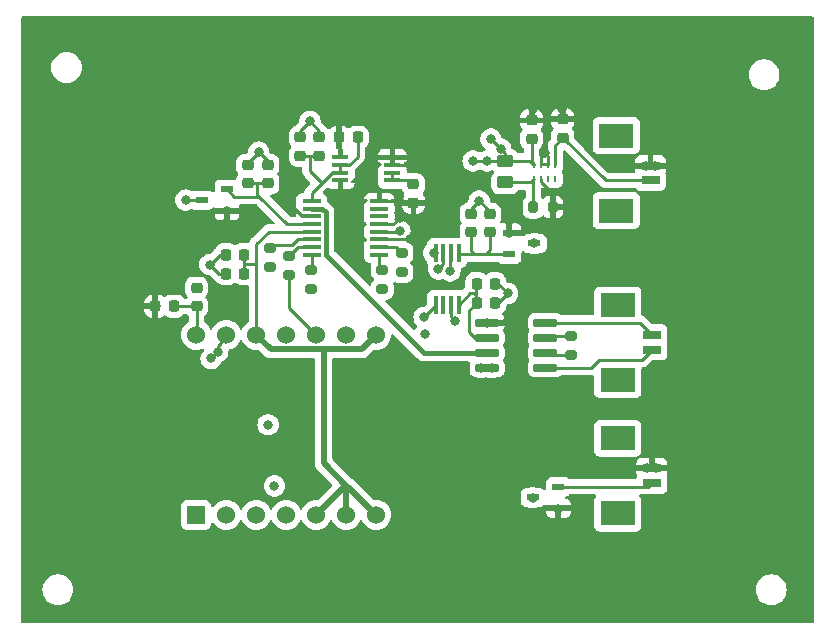
<source format=gbr>
%TF.GenerationSoftware,KiCad,Pcbnew,7.0.8*%
%TF.CreationDate,2024-08-05T22:26:54-04:00*%
%TF.ProjectId,wsg1.0,77736731-2e30-42e6-9b69-6361645f7063,rev?*%
%TF.SameCoordinates,Original*%
%TF.FileFunction,Copper,L1,Top*%
%TF.FilePolarity,Positive*%
%FSLAX46Y46*%
G04 Gerber Fmt 4.6, Leading zero omitted, Abs format (unit mm)*
G04 Created by KiCad (PCBNEW 7.0.8) date 2024-08-05 22:26:54*
%MOMM*%
%LPD*%
G01*
G04 APERTURE LIST*
G04 Aperture macros list*
%AMRoundRect*
0 Rectangle with rounded corners*
0 $1 Rounding radius*
0 $2 $3 $4 $5 $6 $7 $8 $9 X,Y pos of 4 corners*
0 Add a 4 corners polygon primitive as box body*
4,1,4,$2,$3,$4,$5,$6,$7,$8,$9,$2,$3,0*
0 Add four circle primitives for the rounded corners*
1,1,$1+$1,$2,$3*
1,1,$1+$1,$4,$5*
1,1,$1+$1,$6,$7*
1,1,$1+$1,$8,$9*
0 Add four rect primitives between the rounded corners*
20,1,$1+$1,$2,$3,$4,$5,0*
20,1,$1+$1,$4,$5,$6,$7,0*
20,1,$1+$1,$6,$7,$8,$9,0*
20,1,$1+$1,$8,$9,$2,$3,0*%
G04 Aperture macros list end*
%TA.AperFunction,SMDPad,CuDef*%
%ADD10RoundRect,0.225000X-0.225000X-0.250000X0.225000X-0.250000X0.225000X0.250000X-0.225000X0.250000X0*%
%TD*%
%TA.AperFunction,SMDPad,CuDef*%
%ADD11RoundRect,0.200000X-0.275000X0.200000X-0.275000X-0.200000X0.275000X-0.200000X0.275000X0.200000X0*%
%TD*%
%TA.AperFunction,SMDPad,CuDef*%
%ADD12RoundRect,0.225000X0.250000X-0.225000X0.250000X0.225000X-0.250000X0.225000X-0.250000X-0.225000X0*%
%TD*%
%TA.AperFunction,SMDPad,CuDef*%
%ADD13RoundRect,0.225000X-0.250000X0.225000X-0.250000X-0.225000X0.250000X-0.225000X0.250000X0.225000X0*%
%TD*%
%TA.AperFunction,SMDPad,CuDef*%
%ADD14R,0.260000X0.530000*%
%TD*%
%TA.AperFunction,SMDPad,CuDef*%
%ADD15R,1.090000X0.610000*%
%TD*%
%TA.AperFunction,SMDPad,CuDef*%
%ADD16R,1.600000X0.800000*%
%TD*%
%TA.AperFunction,SMDPad,CuDef*%
%ADD17R,3.000000X2.100000*%
%TD*%
%TA.AperFunction,SMDPad,CuDef*%
%ADD18RoundRect,0.218750X0.218750X0.256250X-0.218750X0.256250X-0.218750X-0.256250X0.218750X-0.256250X0*%
%TD*%
%TA.AperFunction,SMDPad,CuDef*%
%ADD19RoundRect,0.051250X0.733750X0.153750X-0.733750X0.153750X-0.733750X-0.153750X0.733750X-0.153750X0*%
%TD*%
%TA.AperFunction,SMDPad,CuDef*%
%ADD20RoundRect,0.250000X-0.450000X0.262500X-0.450000X-0.262500X0.450000X-0.262500X0.450000X0.262500X0*%
%TD*%
%TA.AperFunction,SMDPad,CuDef*%
%ADD21R,0.431800X1.498600*%
%TD*%
%TA.AperFunction,SMDPad,CuDef*%
%ADD22RoundRect,0.200000X-0.200000X-0.275000X0.200000X-0.275000X0.200000X0.275000X-0.200000X0.275000X0*%
%TD*%
%TA.AperFunction,SMDPad,CuDef*%
%ADD23RoundRect,0.225000X0.225000X0.250000X-0.225000X0.250000X-0.225000X-0.250000X0.225000X-0.250000X0*%
%TD*%
%TA.AperFunction,ComponentPad*%
%ADD24R,1.530000X1.530000*%
%TD*%
%TA.AperFunction,ComponentPad*%
%ADD25C,1.530000*%
%TD*%
%TA.AperFunction,SMDPad,CuDef*%
%ADD26RoundRect,0.200000X0.275000X-0.200000X0.275000X0.200000X-0.275000X0.200000X-0.275000X-0.200000X0*%
%TD*%
%TA.AperFunction,SMDPad,CuDef*%
%ADD27RoundRect,0.075000X0.910000X0.225000X-0.910000X0.225000X-0.910000X-0.225000X0.910000X-0.225000X0*%
%TD*%
%TA.AperFunction,SMDPad,CuDef*%
%ADD28R,1.400000X0.450000*%
%TD*%
%TA.AperFunction,SMDPad,CuDef*%
%ADD29RoundRect,0.218750X0.256250X-0.218750X0.256250X0.218750X-0.256250X0.218750X-0.256250X-0.218750X0*%
%TD*%
%TA.AperFunction,ViaPad*%
%ADD30C,0.800000*%
%TD*%
%TA.AperFunction,Conductor*%
%ADD31C,0.250000*%
%TD*%
%TA.AperFunction,Conductor*%
%ADD32C,0.500000*%
%TD*%
%TA.AperFunction,Conductor*%
%ADD33C,0.450000*%
%TD*%
G04 APERTURE END LIST*
D10*
%TO.P,C12,1*%
%TO.N,Net-(DAC1-VOUT)*%
X120445000Y-117460000D03*
%TO.P,C12,2*%
%TO.N,GND1*%
X121995000Y-117460000D03*
%TD*%
D11*
%TO.P,R3,1*%
%TO.N,Net-(U1-~{DRDY})*%
X102940000Y-112835000D03*
%TO.P,R3,2*%
%TO.N,Ready*%
X102940000Y-114485000D03*
%TD*%
D12*
%TO.P,C10,1*%
%TO.N,Net-(U1-REFP0)*%
X107080000Y-105015000D03*
%TO.P,C10,2*%
%TO.N,GND1*%
X107080000Y-103465000D03*
%TD*%
%TO.P,C2,1*%
%TO.N,5.5V*%
X125090000Y-103590000D03*
%TO.P,C2,2*%
%TO.N,GND*%
X125090000Y-102040000D03*
%TD*%
D13*
%TO.P,C1,1*%
%TO.N,GND*%
X127720000Y-101940000D03*
%TO.P,C1,2*%
%TO.N,Net-(BConv1-VIN)*%
X127720000Y-103490000D03*
%TD*%
D10*
%TO.P,C11,1*%
%TO.N,Net-(DAC1-VOUT)*%
X120425000Y-115870000D03*
%TO.P,C11,2*%
%TO.N,GND1*%
X121975000Y-115870000D03*
%TD*%
D12*
%TO.P,C14,1*%
%TO.N,Net-(DAC1-VDD)*%
X121537500Y-111505000D03*
%TO.P,C14,2*%
%TO.N,GND1*%
X121537500Y-109955000D03*
%TD*%
D11*
%TO.P,R7,1*%
%TO.N,Net-(U1-~{CS})*%
X114100000Y-113240000D03*
%TO.P,R7,2*%
%TO.N,CS-ADC*%
X114100000Y-114890000D03*
%TD*%
%TO.P,R5,1*%
%TO.N,Net-(U1-SCLK)*%
X112430000Y-114675000D03*
%TO.P,R5,2*%
%TO.N,SClk*%
X112430000Y-116325000D03*
%TD*%
D14*
%TO.P,BConv1,1,VIN*%
%TO.N,Net-(BConv1-VIN)*%
X127100000Y-105800000D03*
%TO.P,BConv1,2,GND_1*%
%TO.N,GND*%
X126500000Y-105800000D03*
%TO.P,BConv1,3,GND_2*%
X125900000Y-105800000D03*
%TO.P,BConv1,4,VOUT*%
%TO.N,5.5V*%
X125300000Y-105800000D03*
%TO.P,BConv1,5,FB*%
%TO.N,Net-(BConv1-FB)*%
X125300000Y-107000000D03*
%TO.P,BConv1,6,GND_3*%
%TO.N,GND*%
X125900000Y-107000000D03*
%TO.P,BConv1,7,MODE*%
%TO.N,unconnected-(BConv1-MODE-Pad7)*%
X126500000Y-107000000D03*
%TO.P,BConv1,8,EN*%
%TO.N,unconnected-(BConv1-EN-Pad8)*%
X127100000Y-107000000D03*
%TD*%
D15*
%TO.P,LinReg1,1,GND*%
%TO.N,GND*%
X99295000Y-109695000D03*
%TO.P,LinReg1,2,VOUT*%
%TO.N,Net-(LinReg1-VOUT)*%
X99295000Y-107865000D03*
%TO.P,LinReg1,3,VIN*%
%TO.N,5.5V*%
X97155000Y-108780000D03*
%TD*%
D16*
%TO.P,J3,1,Pin_1*%
%TO.N,Net-(InstrAmp1-+IN)*%
X135280000Y-120200000D03*
%TO.P,J3,2,Pin_2*%
%TO.N,Net-(InstrAmp1--IN)*%
X135280000Y-121450000D03*
D17*
%TO.P,J3,3*%
%TO.N,N/C*%
X132380000Y-117650000D03*
%TO.P,J3,4*%
X132380000Y-124000000D03*
%TD*%
D18*
%TO.P,TVS1,1,A1*%
%TO.N,Net-(D8-K)*%
X94807500Y-117760000D03*
%TO.P,TVS1,2,A2*%
%TO.N,GND*%
X93232500Y-117760000D03*
%TD*%
D16*
%TO.P,J1,1,Pin_1*%
%TO.N,GND*%
X135150000Y-105870000D03*
%TO.P,J1,2,Pin_2*%
%TO.N,Net-(BConv1-VIN)*%
X135150000Y-107120000D03*
D17*
%TO.P,J1,3*%
%TO.N,N/C*%
X132250000Y-103320000D03*
%TO.P,J1,4*%
X132250000Y-109670000D03*
%TD*%
D15*
%TO.P,LinReg3,1,GND*%
%TO.N,GND*%
X123177500Y-111540000D03*
%TO.P,LinReg3,2,VOUT*%
%TO.N,Net-(DAC1-VDD)*%
X123177500Y-113370000D03*
%TO.P,LinReg3,3,VIN*%
%TO.N,5.5V*%
X125317500Y-112455000D03*
%TD*%
D19*
%TO.P,U1,1,SCLK*%
%TO.N,Net-(U1-SCLK)*%
X112190000Y-113415000D03*
%TO.P,U1,2,~{CS}*%
%TO.N,Net-(U1-~{CS})*%
X112190000Y-112765000D03*
%TO.P,U1,3,CLK*%
%TO.N,GND*%
X112190000Y-112115000D03*
%TO.P,U1,4,DGND*%
%TO.N,GND1*%
X112190000Y-111465000D03*
%TO.P,U1,5,AVSS*%
%TO.N,GND*%
X112190000Y-110815000D03*
%TO.P,U1,6,AIN3/REFN1*%
%TO.N,unconnected-(U1-AIN3{slash}REFN1-Pad6)*%
X112190000Y-110165000D03*
%TO.P,U1,7,AIN2*%
%TO.N,unconnected-(U1-AIN2-Pad7)*%
X112190000Y-109515000D03*
%TO.P,U1,8,REFN0*%
%TO.N,GND*%
X112190000Y-108865000D03*
%TO.P,U1,9,REFP0*%
%TO.N,Net-(U1-REFP0)*%
X106450000Y-108865000D03*
%TO.P,U1,10,AIN1*%
%TO.N,AmplifiedSig*%
X106450000Y-109515000D03*
%TO.P,U1,11,AIN0/REFP1*%
%TO.N,GND*%
X106450000Y-110165000D03*
%TO.P,U1,12,AVDD*%
%TO.N,Net-(LinReg1-VOUT)*%
X106450000Y-110815000D03*
%TO.P,U1,13,DVDD*%
%TO.N,3v3*%
X106450000Y-111465000D03*
%TO.P,U1,14,~{DRDY}*%
%TO.N,Net-(U1-~{DRDY})*%
X106450000Y-112115000D03*
%TO.P,U1,15,DOUT/~DRDY*%
%TO.N,Net-(U1-DOUT{slash}~DRDY)*%
X106450000Y-112765000D03*
%TO.P,U1,16,DIN*%
%TO.N,Net-(U1-DIN)*%
X106450000Y-113415000D03*
%TD*%
D11*
%TO.P,R4,1*%
%TO.N,Net-(U1-DOUT{slash}~DRDY)*%
X104540000Y-113490000D03*
%TO.P,R4,2*%
%TO.N,MISO*%
X104540000Y-115140000D03*
%TD*%
D12*
%TO.P,C5,1*%
%TO.N,GND*%
X115080000Y-109005000D03*
%TO.P,C5,2*%
%TO.N,5.5V*%
X115080000Y-107455000D03*
%TD*%
D20*
%TO.P,R1,1*%
%TO.N,5.5V*%
X122830000Y-105457500D03*
%TO.P,R1,2*%
%TO.N,Net-(BConv1-FB)*%
X122830000Y-107282500D03*
%TD*%
D12*
%TO.P,C7,1*%
%TO.N,Net-(LinReg1-VOUT)*%
X102750000Y-107360000D03*
%TO.P,C7,2*%
%TO.N,GND1*%
X102750000Y-105810000D03*
%TD*%
D11*
%TO.P,R6,1*%
%TO.N,Net-(U1-DIN)*%
X106380000Y-114675000D03*
%TO.P,R6,2*%
%TO.N,MOSI*%
X106380000Y-116325000D03*
%TD*%
D21*
%TO.P,DAC1,1,VDD*%
%TO.N,Net-(DAC1-VDD)*%
X118895200Y-113265600D03*
%TO.P,DAC1,2,CS#*%
%TO.N,CS-DAC*%
X118260200Y-113265600D03*
%TO.P,DAC1,3,SCLK*%
%TO.N,SClk*%
X117599800Y-113265600D03*
%TO.P,DAC1,4,SDIN*%
%TO.N,MOSI*%
X116964800Y-113265600D03*
%TO.P,DAC1,5,LDAC#*%
%TO.N,DacLoad*%
X116964800Y-117634400D03*
%TO.P,DAC1,6,CLR#*%
%TO.N,unconnected-(DAC1-CLR#-Pad6)*%
X117599800Y-117634400D03*
%TO.P,DAC1,7,GND*%
%TO.N,GND1*%
X118260200Y-117634400D03*
%TO.P,DAC1,8,VOUT*%
%TO.N,Net-(DAC1-VOUT)*%
X118895200Y-117634400D03*
%TD*%
D12*
%TO.P,C8,1*%
%TO.N,Net-(LinReg1-VOUT)*%
X101040000Y-107370000D03*
%TO.P,C8,2*%
%TO.N,GND1*%
X101040000Y-105820000D03*
%TD*%
D16*
%TO.P,J2,1,Pin_1*%
%TO.N,GND*%
X135260000Y-131490000D03*
%TO.P,J2,2,Pin_2*%
%TO.N,Net-(J2-Pin_2)*%
X135260000Y-132740000D03*
D17*
%TO.P,J2,3*%
%TO.N,N/C*%
X132360000Y-128940000D03*
%TO.P,J2,4*%
X132360000Y-135290000D03*
%TD*%
D22*
%TO.P,R2,1*%
%TO.N,Net-(BConv1-FB)*%
X125220000Y-109370000D03*
%TO.P,R2,2*%
%TO.N,GND*%
X126870000Y-109370000D03*
%TD*%
D23*
%TO.P,C4,1*%
%TO.N,3v3*%
X100765000Y-113390000D03*
%TO.P,C4,2*%
%TO.N,GND1*%
X99215000Y-113390000D03*
%TD*%
D15*
%TO.P,LinReg2,1,GND*%
%TO.N,GND*%
X127340000Y-134875000D03*
%TO.P,LinReg2,2,VOUT*%
%TO.N,Net-(J2-Pin_2)*%
X127340000Y-133045000D03*
%TO.P,LinReg2,3,VIN*%
%TO.N,5.5V*%
X125200000Y-133960000D03*
%TD*%
D24*
%TO.P,U2,1,PA02_A0_D0*%
%TO.N,CS-DAC*%
X96680000Y-135427500D03*
D25*
%TO.P,U2,2,PA4_A1_D1*%
%TO.N,DacLoad*%
X99220000Y-135427500D03*
%TO.P,U2,3,PA10_A2_D2*%
%TO.N,Ready*%
X101760000Y-135427500D03*
%TO.P,U2,4,PA11_A3_D3*%
%TO.N,CS-ADC*%
X104300000Y-135427500D03*
%TO.P,U2,5,PA8_A4_D4_SDA*%
%TO.N,3v3*%
X106840000Y-135427500D03*
%TO.P,U2,6,PA9_A5_D5_SCL*%
X109380000Y-135427500D03*
%TO.P,U2,7,PB08_A6_D6_TX*%
X111920000Y-135427500D03*
%TO.P,U2,8,PB09_A7_D7_RX*%
X111920000Y-120187500D03*
%TO.P,U2,9,PA7_A8_D8_SCK*%
%TO.N,SClk*%
X109380000Y-120187500D03*
%TO.P,U2,10,PA5_A9_D9_MISO*%
%TO.N,MISO*%
X106840000Y-120187500D03*
%TO.P,U2,11,PA6_A10_D10_MOSI*%
%TO.N,MOSI*%
X104300000Y-120187500D03*
%TO.P,U2,12,3V3*%
%TO.N,3v3*%
X101760000Y-120187500D03*
%TO.P,U2,13,GND*%
%TO.N,GND1*%
X99220000Y-120187500D03*
%TO.P,U2,14,5V*%
%TO.N,Net-(D8-K)*%
X96680000Y-120187500D03*
%TD*%
D26*
%TO.P,R8,1*%
%TO.N,Net-(InstrAmp1-RG_1)*%
X128380000Y-121915000D03*
%TO.P,R8,2*%
%TO.N,Net-(InstrAmp1-RG_2)*%
X128380000Y-120265000D03*
%TD*%
D27*
%TO.P,InstrAmp1,1,-IN*%
%TO.N,Net-(InstrAmp1--IN)*%
X126250000Y-122975000D03*
%TO.P,InstrAmp1,2,RG_1*%
%TO.N,Net-(InstrAmp1-RG_1)*%
X126250000Y-121705000D03*
%TO.P,InstrAmp1,3,RG_2*%
%TO.N,Net-(InstrAmp1-RG_2)*%
X126250000Y-120435000D03*
%TO.P,InstrAmp1,4,+IN*%
%TO.N,Net-(InstrAmp1-+IN)*%
X126250000Y-119165000D03*
%TO.P,InstrAmp1,5,-VS*%
%TO.N,GND*%
X121310000Y-119165000D03*
%TO.P,InstrAmp1,6,REF*%
%TO.N,Net-(DAC1-VOUT)*%
X121310000Y-120435000D03*
%TO.P,InstrAmp1,7,OUT*%
%TO.N,AmplifiedSig*%
X121310000Y-121705000D03*
%TO.P,InstrAmp1,8,+VS*%
%TO.N,5.5V*%
X121310000Y-122975000D03*
%TD*%
D23*
%TO.P,C3,1*%
%TO.N,3v3*%
X100765000Y-115000000D03*
%TO.P,C3,2*%
%TO.N,GND1*%
X99215000Y-115000000D03*
%TD*%
D12*
%TO.P,C13,1*%
%TO.N,Net-(DAC1-VDD)*%
X119957500Y-111510000D03*
%TO.P,C13,2*%
%TO.N,GND1*%
X119957500Y-109960000D03*
%TD*%
D23*
%TO.P,C6,1*%
%TO.N,Net-(U1-REFP0)*%
X110345000Y-103465000D03*
%TO.P,C6,2*%
%TO.N,GND*%
X108795000Y-103465000D03*
%TD*%
D12*
%TO.P,C9,1*%
%TO.N,Net-(U1-REFP0)*%
X105510000Y-105025000D03*
%TO.P,C9,2*%
%TO.N,GND1*%
X105510000Y-103475000D03*
%TD*%
D28*
%TO.P,Vref1,1,EN*%
%TO.N,5.5V*%
X113290000Y-107115000D03*
%TO.P,Vref1,2,VIN*%
X113290000Y-106465000D03*
%TO.P,Vref1,3,GND_1*%
%TO.N,GND*%
X113290000Y-105815000D03*
%TO.P,Vref1,4,GND_2*%
X113290000Y-105165000D03*
%TO.P,Vref1,5,GND_3*%
X108890000Y-105165000D03*
%TO.P,Vref1,6,OUTS*%
%TO.N,Net-(U1-REFP0)*%
X108890000Y-105815000D03*
%TO.P,Vref1,7,OUTF*%
X108890000Y-106465000D03*
%TO.P,Vref1,8,GND_4*%
%TO.N,GND*%
X108890000Y-107115000D03*
%TD*%
D29*
%TO.P,D8,1,K*%
%TO.N,Net-(D8-K)*%
X96710000Y-117777500D03*
%TO.P,D8,2,A*%
%TO.N,5.5V*%
X96710000Y-116202500D03*
%TD*%
D30*
%TO.N,GND*%
X114760000Y-112070000D03*
X127640000Y-101030000D03*
X126870000Y-109370000D03*
X113890000Y-108520000D03*
X135550000Y-105860000D03*
X127720000Y-101940000D03*
X113910000Y-110280000D03*
X115210000Y-104680000D03*
X126200000Y-104830000D03*
X127350000Y-134920000D03*
X93240000Y-117770000D03*
X125090000Y-102040000D03*
X99190000Y-110750000D03*
X121310000Y-119165000D03*
X122960000Y-119130000D03*
X123180000Y-111530000D03*
X127680000Y-108120000D03*
X134840000Y-131470000D03*
X135640000Y-131480000D03*
X127440000Y-136060000D03*
X108795000Y-103465000D03*
X125210000Y-101070000D03*
X123180000Y-110530000D03*
X134740000Y-105880000D03*
X115070000Y-109010000D03*
X115180000Y-105890000D03*
X99295000Y-109695000D03*
X109020000Y-108430000D03*
%TO.N,5.5V*%
X120810000Y-122965000D03*
X115090000Y-107460000D03*
X121300000Y-105470000D03*
X125317500Y-112455000D03*
X121630000Y-103600000D03*
X96710000Y-116202500D03*
X120130000Y-105460000D03*
X121690000Y-122975000D03*
X122470000Y-104440000D03*
X125160000Y-133980000D03*
X95800000Y-108780000D03*
X122720000Y-105460000D03*
%TO.N,GND1*%
X97840000Y-114240000D03*
X105500000Y-103465000D03*
X121980000Y-115890000D03*
X99200000Y-115010000D03*
X123040000Y-116680000D03*
X101980000Y-104720000D03*
X98510000Y-121600000D03*
X121980000Y-117430000D03*
X113930000Y-111390500D03*
X106310000Y-102120000D03*
X118560000Y-119010000D03*
X121537500Y-109985000D03*
X120637500Y-108845000D03*
X102750000Y-105840000D03*
X101040000Y-105830000D03*
X107070000Y-103455000D03*
X119947500Y-109985000D03*
X97950000Y-122190000D03*
X99200000Y-113360000D03*
%TO.N,CS-DAC*%
X118173530Y-114795387D03*
%TO.N,SClk*%
X112430000Y-116325000D03*
X117190565Y-114614319D03*
%TO.N,MOSI*%
X106380000Y-116325000D03*
X116784400Y-113265600D03*
%TO.N,DacLoad*%
X115973395Y-118693395D03*
%TO.N,Ready*%
X102770000Y-127800000D03*
X103310000Y-132990000D03*
X102940000Y-114485000D03*
%TO.N,MISO*%
X104540000Y-115140000D03*
%TO.N,CS-ADC*%
X114100000Y-114890000D03*
X116050000Y-120100000D03*
%TD*%
D31*
%TO.N,Net-(BConv1-VIN)*%
X135150000Y-107120000D02*
X131350000Y-107120000D01*
X127100000Y-104110000D02*
X127720000Y-103490000D01*
X127100000Y-105800000D02*
X127100000Y-104110000D01*
X131350000Y-107120000D02*
X127720000Y-103490000D01*
%TO.N,GND*%
X113290000Y-105165000D02*
X114725000Y-105165000D01*
X123180000Y-110530000D02*
X123180000Y-110247500D01*
X123177500Y-111540000D02*
X123177500Y-111532500D01*
X127720000Y-101110000D02*
X127640000Y-101030000D01*
X127340000Y-134910000D02*
X127350000Y-134920000D01*
X99380000Y-109695000D02*
X99405000Y-109720000D01*
X105655000Y-110165000D02*
X106450000Y-110165000D01*
X114375000Y-109005000D02*
X113890000Y-108520000D01*
X125900000Y-107265000D02*
X126755000Y-108120000D01*
X99295000Y-110645000D02*
X99190000Y-110750000D01*
X113460000Y-108865000D02*
X113545000Y-108865000D01*
X123180000Y-111530000D02*
X123177500Y-111527500D01*
X114725000Y-105165000D02*
X115210000Y-104680000D01*
X115070000Y-109010000D02*
X115065000Y-109005000D01*
X125900000Y-105130000D02*
X126200000Y-104830000D01*
X123167500Y-111475000D02*
X123177500Y-111465000D01*
X126500000Y-105800000D02*
X126500000Y-105130000D01*
X125090000Y-101190000D02*
X125210000Y-101070000D01*
X108890000Y-108300000D02*
X109020000Y-108430000D01*
X93232500Y-117760000D02*
X93240000Y-117770000D01*
X104330000Y-108840000D02*
X105655000Y-110165000D01*
X123177500Y-111532500D02*
X123180000Y-111530000D01*
X93240000Y-117770000D02*
X93220000Y-117740000D01*
X108795000Y-103465000D02*
X108795000Y-105070000D01*
X126500000Y-105130000D02*
X126200000Y-104830000D01*
X115065000Y-109005000D02*
X115050000Y-109005000D01*
X114970000Y-109005000D02*
X114375000Y-109005000D01*
X115075000Y-109005000D02*
X115080000Y-109005000D01*
X123177500Y-111485000D02*
X123167500Y-111475000D01*
X112190000Y-110815000D02*
X113375000Y-110815000D01*
X112190000Y-112115000D02*
X114715000Y-112115000D01*
X122925000Y-119165000D02*
X122960000Y-119130000D01*
X123180000Y-110247500D02*
X123157500Y-110225000D01*
X127340000Y-135960000D02*
X127440000Y-136060000D01*
X127720000Y-101940000D02*
X127720000Y-101110000D01*
X125900000Y-105800000D02*
X125900000Y-105130000D01*
X121310000Y-119165000D02*
X122925000Y-119165000D01*
X108795000Y-105070000D02*
X108890000Y-105165000D01*
X115010000Y-109045000D02*
X114970000Y-109005000D01*
X112190000Y-108865000D02*
X113460000Y-108865000D01*
X113290000Y-105815000D02*
X115105000Y-105815000D01*
X115105000Y-105815000D02*
X115180000Y-105890000D01*
X127340000Y-134875000D02*
X127340000Y-134910000D01*
X123177500Y-111527500D02*
X123177500Y-111485000D01*
X113545000Y-108865000D02*
X113890000Y-108520000D01*
X125900000Y-107000000D02*
X125900000Y-107265000D01*
X115050000Y-109005000D02*
X115010000Y-109045000D01*
X127340000Y-134930000D02*
X127340000Y-135960000D01*
X108890000Y-107115000D02*
X108890000Y-108300000D01*
X126755000Y-108120000D02*
X127680000Y-108120000D01*
X127350000Y-134920000D02*
X127340000Y-134930000D01*
X123180000Y-111530000D02*
X123180000Y-110530000D01*
X125900000Y-107254620D02*
X125900000Y-107000000D01*
X123180000Y-110247500D02*
X123177500Y-110245000D01*
X114715000Y-112115000D02*
X114760000Y-112070000D01*
X99405000Y-109720000D02*
X99405000Y-109730000D01*
X115070000Y-109010000D02*
X115075000Y-109005000D01*
X125090000Y-102040000D02*
X125090000Y-101190000D01*
X113375000Y-110815000D02*
X113910000Y-110280000D01*
X99295000Y-109695000D02*
X99295000Y-110645000D01*
%TO.N,5.5V*%
X122720000Y-105460000D02*
X122717500Y-105457500D01*
X122830000Y-105457500D02*
X124957500Y-105457500D01*
X97155000Y-108780000D02*
X95800000Y-108780000D01*
X121300000Y-105470000D02*
X121287500Y-105457500D01*
X115090000Y-107465000D02*
X115080000Y-107455000D01*
X121312500Y-105457500D02*
X121300000Y-105470000D01*
X122830000Y-104800000D02*
X122470000Y-104440000D01*
X122722500Y-105457500D02*
X122720000Y-105460000D01*
X124957500Y-105457500D02*
X125300000Y-105800000D01*
X122717500Y-105457500D02*
X121312500Y-105457500D01*
X125090000Y-103590000D02*
X125090000Y-105590000D01*
X122470000Y-104440000D02*
X121630000Y-103600000D01*
X115090000Y-107460000D02*
X115090000Y-107465000D01*
X114740000Y-107115000D02*
X115085000Y-107460000D01*
X113290000Y-107115000D02*
X113290000Y-106465000D01*
X115085000Y-107460000D02*
X115090000Y-107460000D01*
X120132500Y-105457500D02*
X120130000Y-105460000D01*
X113290000Y-107115000D02*
X114740000Y-107115000D01*
X125090000Y-105590000D02*
X125300000Y-105800000D01*
X122830000Y-105457500D02*
X122830000Y-104800000D01*
X121287500Y-105457500D02*
X120132500Y-105457500D01*
X122830000Y-105457500D02*
X122722500Y-105457500D01*
%TO.N,Net-(BConv1-FB)*%
X125017500Y-107282500D02*
X122830000Y-107282500D01*
X125220000Y-109370000D02*
X125220000Y-107080000D01*
X125300000Y-107000000D02*
X125017500Y-107282500D01*
X125220000Y-107080000D02*
X125300000Y-107000000D01*
%TO.N,3v3*%
X101740000Y-114160000D02*
X101760000Y-114140000D01*
D32*
X109380000Y-133140000D02*
X109380000Y-135427500D01*
X109207500Y-133060000D02*
X106840000Y-135427500D01*
X107470000Y-131070000D02*
X109460000Y-133060000D01*
D31*
X106450000Y-111465000D02*
X102815000Y-111465000D01*
X101760000Y-114140000D02*
X101760000Y-120187500D01*
D32*
X109460000Y-133060000D02*
X109380000Y-133140000D01*
X110705000Y-121402500D02*
X107470000Y-121402500D01*
X102975000Y-121402500D02*
X101760000Y-120187500D01*
D31*
X100765000Y-114160000D02*
X101740000Y-114160000D01*
D32*
X107470000Y-121402500D02*
X102975000Y-121402500D01*
X109460000Y-133060000D02*
X109552500Y-133060000D01*
X109460000Y-133060000D02*
X109207500Y-133060000D01*
X107470000Y-121402500D02*
X107470000Y-131070000D01*
D31*
X102815000Y-111465000D02*
X101760000Y-112520000D01*
X100765000Y-114160000D02*
X100765000Y-113390000D01*
D32*
X109552500Y-133060000D02*
X111920000Y-135427500D01*
X111920000Y-120187500D02*
X110705000Y-121402500D01*
D31*
X100765000Y-115000000D02*
X100765000Y-114160000D01*
X101760000Y-112520000D02*
X101760000Y-114140000D01*
%TO.N,GND1*%
X101040000Y-105830000D02*
X101040000Y-105660000D01*
X98510000Y-121600000D02*
X98510000Y-121130000D01*
X99200000Y-113360000D02*
X98690000Y-113390000D01*
X123040000Y-116680000D02*
X122230000Y-115870000D01*
X119957500Y-109525000D02*
X120637500Y-108845000D01*
X121980000Y-115890000D02*
X121975000Y-115870000D01*
X118260200Y-118710200D02*
X118560000Y-119010000D01*
X105500000Y-103465000D02*
X105510000Y-102920000D01*
X107080000Y-102890000D02*
X106310000Y-102120000D01*
X107070000Y-103455000D02*
X107080000Y-102890000D01*
X121537500Y-109985000D02*
X121537500Y-109745000D01*
X121537500Y-109955000D02*
X121537500Y-109985000D01*
X121980000Y-117430000D02*
X121995000Y-117460000D01*
X121537500Y-109745000D02*
X120637500Y-108845000D01*
X99190000Y-115000000D02*
X98600000Y-115000000D01*
X101040000Y-105660000D02*
X101980000Y-104720000D01*
X98690000Y-113390000D02*
X97840000Y-114240000D01*
X105510000Y-103475000D02*
X105500000Y-103465000D01*
X101040000Y-105820000D02*
X101040000Y-105830000D01*
X102750000Y-105810000D02*
X102750000Y-105840000D01*
X119947500Y-109985000D02*
X119957500Y-109525000D01*
X105510000Y-102920000D02*
X106310000Y-102120000D01*
X119957500Y-109960000D02*
X119947500Y-109985000D01*
X102750000Y-105490000D02*
X101980000Y-104720000D01*
X107080000Y-103465000D02*
X107070000Y-103455000D01*
X102750000Y-105840000D02*
X102750000Y-105490000D01*
X118260200Y-117634400D02*
X118260200Y-118710200D01*
X113855500Y-111465000D02*
X113930000Y-111390500D01*
X123040000Y-116680000D02*
X122260000Y-117460000D01*
X99215000Y-113390000D02*
X99200000Y-113360000D01*
X98510000Y-121630000D02*
X97950000Y-122190000D01*
X98510000Y-121130000D02*
X98770000Y-120870000D01*
X99215000Y-115000000D02*
X99210000Y-115000000D01*
X98770000Y-120637500D02*
X99220000Y-120187500D01*
X98600000Y-115000000D02*
X97840000Y-114240000D01*
X122260000Y-117460000D02*
X121980000Y-117430000D01*
X112190000Y-111465000D02*
X113855500Y-111465000D01*
X122230000Y-115870000D02*
X121980000Y-115890000D01*
X98770000Y-120870000D02*
X98770000Y-120637500D01*
X99210000Y-115000000D02*
X99200000Y-115010000D01*
X99200000Y-115010000D02*
X99190000Y-115000000D01*
%TO.N,Net-(U1-REFP0)*%
X106300000Y-105015000D02*
X106300000Y-106320000D01*
X108890000Y-105815000D02*
X108890000Y-106165000D01*
X108155380Y-106465000D02*
X107300190Y-107320190D01*
X106300000Y-106320000D02*
X107300190Y-107320190D01*
X106450000Y-108170380D02*
X106450000Y-108865000D01*
X106300000Y-105015000D02*
X105520000Y-105015000D01*
X106450000Y-108170380D02*
X107300190Y-107320190D01*
X108890000Y-105815000D02*
X109624620Y-105815000D01*
X108890000Y-106165000D02*
X108890000Y-106465000D01*
X110345000Y-105094620D02*
X110345000Y-103465000D01*
X109624620Y-105815000D02*
X110345000Y-105094620D01*
X108890000Y-106465000D02*
X108155380Y-106465000D01*
X107080000Y-105015000D02*
X106300000Y-105015000D01*
X105520000Y-105015000D02*
X105510000Y-105025000D01*
%TO.N,Net-(LinReg1-VOUT)*%
X101860000Y-107360000D02*
X101860000Y-108310000D01*
X99922500Y-108492500D02*
X102042500Y-108492500D01*
X101050000Y-107360000D02*
X101040000Y-107370000D01*
X102042500Y-108492500D02*
X104365000Y-110815000D01*
X99295000Y-107865000D02*
X99922500Y-108492500D01*
X104365000Y-110815000D02*
X106450000Y-110815000D01*
X101860000Y-108310000D02*
X102042500Y-108492500D01*
X101860000Y-107360000D02*
X101050000Y-107360000D01*
X102750000Y-107360000D02*
X101860000Y-107360000D01*
%TO.N,Net-(DAC1-VOUT)*%
X120360000Y-116820000D02*
X120360000Y-117565000D01*
X120445000Y-117460000D02*
X119820000Y-118085000D01*
X119859600Y-116670000D02*
X118895200Y-117634400D01*
X120360000Y-115995000D02*
X120360000Y-116820000D01*
X119820000Y-119930000D02*
X120325000Y-120435000D01*
X120325000Y-120435000D02*
X121310000Y-120435000D01*
X120360000Y-116820000D02*
X120210000Y-116670000D01*
X119820000Y-118085000D02*
X119820000Y-119930000D01*
X120210000Y-116670000D02*
X119859600Y-116670000D01*
%TO.N,Net-(D8-K)*%
X94825000Y-117777500D02*
X94807500Y-117760000D01*
X96710000Y-120157500D02*
X96680000Y-120187500D01*
X96710000Y-117777500D02*
X96710000Y-120157500D01*
X96710000Y-117777500D02*
X94825000Y-117777500D01*
%TO.N,Net-(DAC1-VDD)*%
X123177500Y-113370000D02*
X121197500Y-113370000D01*
X119957500Y-113080000D02*
X120247500Y-113370000D01*
X121537500Y-111505000D02*
X121537500Y-113030000D01*
X121537500Y-113030000D02*
X121197500Y-113370000D01*
X118999600Y-113370000D02*
X118895200Y-113265600D01*
X119957500Y-111510000D02*
X119957500Y-113080000D01*
X120247500Y-113370000D02*
X118999600Y-113370000D01*
X121197500Y-113370000D02*
X120247500Y-113370000D01*
%TO.N,CS-DAC*%
X118173530Y-113352270D02*
X118260200Y-113265600D01*
X118173530Y-114795387D02*
X118173530Y-113352270D01*
%TO.N,SClk*%
X117599800Y-114205084D02*
X117599800Y-113265600D01*
X117190565Y-114614319D02*
X117599800Y-114205084D01*
%TO.N,DacLoad*%
X116964800Y-117634400D02*
X116964800Y-117701990D01*
X116964800Y-117701990D02*
X115973395Y-118693395D01*
%TO.N,Net-(InstrAmp1--IN)*%
X134410000Y-122320000D02*
X130770000Y-122320000D01*
X130115000Y-122975000D02*
X126250000Y-122975000D01*
X135280000Y-121450000D02*
X134410000Y-122320000D01*
X130770000Y-122320000D02*
X130115000Y-122975000D01*
%TO.N,Net-(InstrAmp1-RG_1)*%
X128380000Y-121915000D02*
X126460000Y-121915000D01*
X126460000Y-121915000D02*
X126250000Y-121705000D01*
%TO.N,Net-(InstrAmp1-RG_2)*%
X126420000Y-120265000D02*
X126250000Y-120435000D01*
X128380000Y-120265000D02*
X126420000Y-120265000D01*
%TO.N,Net-(InstrAmp1-+IN)*%
X134245000Y-119165000D02*
X126250000Y-119165000D01*
X135280000Y-120200000D02*
X134245000Y-119165000D01*
D33*
%TO.N,AmplifiedSig*%
X115965000Y-121705000D02*
X107660000Y-113400000D01*
X107660000Y-113400000D02*
X107660000Y-109813980D01*
X107660000Y-109813980D02*
X107361020Y-109515000D01*
X107361020Y-109515000D02*
X106450000Y-109515000D01*
X121310000Y-121705000D02*
X115965000Y-121705000D01*
D31*
%TO.N,Net-(J2-Pin_2)*%
X127340000Y-133045000D02*
X134955000Y-133045000D01*
X134955000Y-133045000D02*
X135260000Y-132740000D01*
%TO.N,Net-(U1-~{DRDY})*%
X103155000Y-112620000D02*
X104773604Y-112620000D01*
X104773604Y-112620000D02*
X105278604Y-112115000D01*
X102940000Y-112835000D02*
X103155000Y-112620000D01*
X105278604Y-112115000D02*
X106450000Y-112115000D01*
%TO.N,Net-(U1-DOUT{slash}~DRDY)*%
X106450000Y-112765000D02*
X105265000Y-112765000D01*
X105265000Y-112765000D02*
X104540000Y-113490000D01*
%TO.N,MISO*%
X104540000Y-115140000D02*
X104540000Y-117887500D01*
X104540000Y-117887500D02*
X106840000Y-120187500D01*
%TO.N,Net-(U1-SCLK)*%
X112190000Y-113415000D02*
X112190000Y-114435000D01*
X112190000Y-114435000D02*
X112430000Y-114675000D01*
%TO.N,Net-(U1-DIN)*%
X106450000Y-114605000D02*
X106380000Y-114675000D01*
X106450000Y-113415000D02*
X106450000Y-114605000D01*
%TO.N,Net-(U1-~{CS})*%
X113625000Y-112765000D02*
X112190000Y-112765000D01*
X114100000Y-113240000D02*
X113625000Y-112765000D01*
%TD*%
%TA.AperFunction,Conductor*%
%TO.N,GND*%
G36*
X126412539Y-105689685D02*
G01*
X126458294Y-105742489D01*
X126469500Y-105793990D01*
X126469501Y-105805990D01*
X126449822Y-105873031D01*
X126397022Y-105918790D01*
X126345501Y-105930000D01*
X126054500Y-105930000D01*
X125987461Y-105910315D01*
X125941706Y-105857511D01*
X125930500Y-105806010D01*
X125930499Y-105794010D01*
X125950178Y-105726969D01*
X126002978Y-105681210D01*
X126054499Y-105670000D01*
X126345500Y-105670000D01*
X126412539Y-105689685D01*
G37*
%TD.AperFunction*%
%TA.AperFunction,Conductor*%
G36*
X148902539Y-93240185D02*
G01*
X148948294Y-93292989D01*
X148959500Y-93344500D01*
X148959500Y-144485500D01*
X148939815Y-144552539D01*
X148887011Y-144598294D01*
X148835500Y-144609500D01*
X82004500Y-144609500D01*
X81937461Y-144589815D01*
X81891706Y-144537011D01*
X81880500Y-144485500D01*
X81880500Y-141770001D01*
X83664532Y-141770001D01*
X83684364Y-141996686D01*
X83684366Y-141996697D01*
X83743258Y-142216488D01*
X83743261Y-142216497D01*
X83839431Y-142422732D01*
X83839432Y-142422734D01*
X83969954Y-142609141D01*
X84130858Y-142770045D01*
X84130861Y-142770047D01*
X84317266Y-142900568D01*
X84523504Y-142996739D01*
X84743308Y-143055635D01*
X84913216Y-143070500D01*
X85026784Y-143070500D01*
X85196692Y-143055635D01*
X85416496Y-142996739D01*
X85622734Y-142900568D01*
X85809139Y-142770047D01*
X85970047Y-142609139D01*
X86100568Y-142422734D01*
X86196739Y-142216496D01*
X86255635Y-141996692D01*
X86275468Y-141770001D01*
X144064532Y-141770001D01*
X144084364Y-141996686D01*
X144084366Y-141996697D01*
X144143258Y-142216488D01*
X144143261Y-142216497D01*
X144239431Y-142422732D01*
X144239432Y-142422734D01*
X144369954Y-142609141D01*
X144530858Y-142770045D01*
X144530861Y-142770047D01*
X144717266Y-142900568D01*
X144923504Y-142996739D01*
X145143308Y-143055635D01*
X145313216Y-143070500D01*
X145426784Y-143070500D01*
X145596692Y-143055635D01*
X145816496Y-142996739D01*
X146022734Y-142900568D01*
X146209139Y-142770047D01*
X146370047Y-142609139D01*
X146500568Y-142422734D01*
X146596739Y-142216496D01*
X146655635Y-141996692D01*
X146675468Y-141770000D01*
X146655635Y-141543308D01*
X146596739Y-141323504D01*
X146500568Y-141117266D01*
X146370047Y-140930861D01*
X146370045Y-140930858D01*
X146209141Y-140769954D01*
X146022734Y-140639432D01*
X146022732Y-140639431D01*
X145816497Y-140543261D01*
X145816488Y-140543258D01*
X145596697Y-140484366D01*
X145596687Y-140484364D01*
X145426784Y-140469500D01*
X145313216Y-140469500D01*
X145143312Y-140484364D01*
X145143302Y-140484366D01*
X144923511Y-140543258D01*
X144923502Y-140543261D01*
X144717267Y-140639431D01*
X144717265Y-140639432D01*
X144530858Y-140769954D01*
X144369954Y-140930858D01*
X144239432Y-141117265D01*
X144239431Y-141117267D01*
X144143261Y-141323502D01*
X144143258Y-141323511D01*
X144084366Y-141543302D01*
X144084364Y-141543313D01*
X144064532Y-141769998D01*
X144064532Y-141770001D01*
X86275468Y-141770001D01*
X86275468Y-141770000D01*
X86255635Y-141543308D01*
X86196739Y-141323504D01*
X86100568Y-141117266D01*
X85970047Y-140930861D01*
X85970045Y-140930858D01*
X85809141Y-140769954D01*
X85622734Y-140639432D01*
X85622732Y-140639431D01*
X85416497Y-140543261D01*
X85416488Y-140543258D01*
X85196697Y-140484366D01*
X85196687Y-140484364D01*
X85026784Y-140469500D01*
X84913216Y-140469500D01*
X84743312Y-140484364D01*
X84743302Y-140484366D01*
X84523511Y-140543258D01*
X84523502Y-140543261D01*
X84317267Y-140639431D01*
X84317265Y-140639432D01*
X84130858Y-140769954D01*
X83969954Y-140930858D01*
X83839432Y-141117265D01*
X83839431Y-141117267D01*
X83743261Y-141323502D01*
X83743258Y-141323511D01*
X83684366Y-141543302D01*
X83684364Y-141543313D01*
X83664532Y-141769998D01*
X83664532Y-141770001D01*
X81880500Y-141770001D01*
X81880500Y-132990000D01*
X102404540Y-132990000D01*
X102424326Y-133178256D01*
X102424327Y-133178259D01*
X102482818Y-133358277D01*
X102482821Y-133358284D01*
X102577467Y-133522216D01*
X102699884Y-133658173D01*
X102704129Y-133662888D01*
X102857265Y-133774148D01*
X102857270Y-133774151D01*
X103030192Y-133851142D01*
X103030197Y-133851144D01*
X103215354Y-133890500D01*
X103215355Y-133890500D01*
X103404644Y-133890500D01*
X103404646Y-133890500D01*
X103589803Y-133851144D01*
X103762730Y-133774151D01*
X103915871Y-133662888D01*
X104042533Y-133522216D01*
X104137179Y-133358284D01*
X104195674Y-133178256D01*
X104215460Y-132990000D01*
X104195674Y-132801744D01*
X104137179Y-132621716D01*
X104042533Y-132457784D01*
X103915871Y-132317112D01*
X103915870Y-132317111D01*
X103762734Y-132205851D01*
X103762729Y-132205848D01*
X103589807Y-132128857D01*
X103589802Y-132128855D01*
X103443078Y-132097669D01*
X103404646Y-132089500D01*
X103215354Y-132089500D01*
X103182897Y-132096398D01*
X103030197Y-132128855D01*
X103030192Y-132128857D01*
X102857270Y-132205848D01*
X102857265Y-132205851D01*
X102704129Y-132317111D01*
X102577466Y-132457785D01*
X102482821Y-132621715D01*
X102482818Y-132621722D01*
X102459940Y-132692135D01*
X102424326Y-132801744D01*
X102404540Y-132990000D01*
X81880500Y-132990000D01*
X81880500Y-127800000D01*
X101864540Y-127800000D01*
X101884326Y-127988256D01*
X101884327Y-127988259D01*
X101942818Y-128168277D01*
X101942821Y-128168284D01*
X102037467Y-128332216D01*
X102164129Y-128472888D01*
X102317265Y-128584148D01*
X102317270Y-128584151D01*
X102490192Y-128661142D01*
X102490197Y-128661144D01*
X102675354Y-128700500D01*
X102675355Y-128700500D01*
X102864644Y-128700500D01*
X102864646Y-128700500D01*
X103049803Y-128661144D01*
X103222730Y-128584151D01*
X103375871Y-128472888D01*
X103502533Y-128332216D01*
X103597179Y-128168284D01*
X103655674Y-127988256D01*
X103675460Y-127800000D01*
X103655674Y-127611744D01*
X103597179Y-127431716D01*
X103502533Y-127267784D01*
X103375871Y-127127112D01*
X103375870Y-127127111D01*
X103222734Y-127015851D01*
X103222729Y-127015848D01*
X103049807Y-126938857D01*
X103049802Y-126938855D01*
X102904001Y-126907865D01*
X102864646Y-126899500D01*
X102675354Y-126899500D01*
X102642897Y-126906398D01*
X102490197Y-126938855D01*
X102490192Y-126938857D01*
X102317270Y-127015848D01*
X102317265Y-127015851D01*
X102164129Y-127127111D01*
X102037466Y-127267785D01*
X101942821Y-127431715D01*
X101942818Y-127431722D01*
X101884327Y-127611740D01*
X101884326Y-127611744D01*
X101864540Y-127800000D01*
X81880500Y-127800000D01*
X81880500Y-118010000D01*
X92295001Y-118010000D01*
X92295001Y-118064152D01*
X92305056Y-118162583D01*
X92357906Y-118322072D01*
X92357908Y-118322077D01*
X92446114Y-118465080D01*
X92564919Y-118583885D01*
X92707922Y-118672091D01*
X92707927Y-118672093D01*
X92867416Y-118724942D01*
X92965856Y-118734999D01*
X93482500Y-118734999D01*
X93499136Y-118734999D01*
X93499152Y-118734998D01*
X93597583Y-118724943D01*
X93757072Y-118672093D01*
X93757077Y-118672091D01*
X93900080Y-118583885D01*
X93931966Y-118552000D01*
X93993289Y-118518515D01*
X94062981Y-118523499D01*
X94107328Y-118552000D01*
X94139608Y-118584280D01*
X94139612Y-118584283D01*
X94282704Y-118672544D01*
X94282707Y-118672545D01*
X94282713Y-118672549D01*
X94442315Y-118725436D01*
X94540826Y-118735500D01*
X94540831Y-118735500D01*
X95074169Y-118735500D01*
X95074174Y-118735500D01*
X95172685Y-118725436D01*
X95332287Y-118672549D01*
X95475391Y-118584281D01*
X95594281Y-118465391D01*
X95595234Y-118463845D01*
X95596433Y-118461903D01*
X95598531Y-118460015D01*
X95598762Y-118459724D01*
X95598811Y-118459763D01*
X95648381Y-118415178D01*
X95701971Y-118403000D01*
X95792168Y-118403000D01*
X95859207Y-118422685D01*
X95879664Y-118441231D01*
X95880612Y-118440284D01*
X95885719Y-118445391D01*
X96004609Y-118564281D01*
X96025597Y-118577227D01*
X96072321Y-118629174D01*
X96084500Y-118682765D01*
X96084500Y-118995032D01*
X96064815Y-119062071D01*
X96031624Y-119096606D01*
X95863452Y-119214362D01*
X95863441Y-119214371D01*
X95706868Y-119370944D01*
X95579857Y-119552334D01*
X95579856Y-119552336D01*
X95486279Y-119753013D01*
X95486275Y-119753024D01*
X95428965Y-119966907D01*
X95428964Y-119966914D01*
X95409666Y-120187498D01*
X95409666Y-120187501D01*
X95428964Y-120408085D01*
X95428965Y-120408092D01*
X95486275Y-120621975D01*
X95486279Y-120621986D01*
X95568655Y-120798642D01*
X95579858Y-120822667D01*
X95706868Y-121004055D01*
X95863445Y-121160632D01*
X96044833Y-121287642D01*
X96135163Y-121329763D01*
X96245513Y-121381220D01*
X96245515Y-121381220D01*
X96245520Y-121381223D01*
X96459409Y-121438535D01*
X96616974Y-121452320D01*
X96679998Y-121457834D01*
X96680000Y-121457834D01*
X96680002Y-121457834D01*
X96735147Y-121453009D01*
X96900591Y-121438535D01*
X97114480Y-121381223D01*
X97168868Y-121355861D01*
X97237943Y-121345370D01*
X97301727Y-121373890D01*
X97339967Y-121432366D01*
X97340522Y-121502234D01*
X97313421Y-121551216D01*
X97217466Y-121657785D01*
X97122821Y-121821715D01*
X97122818Y-121821722D01*
X97068987Y-121987398D01*
X97064326Y-122001744D01*
X97044540Y-122190000D01*
X97064326Y-122378256D01*
X97064327Y-122378259D01*
X97122818Y-122558277D01*
X97122820Y-122558281D01*
X97122821Y-122558284D01*
X97217467Y-122722216D01*
X97326561Y-122843377D01*
X97344129Y-122862888D01*
X97497265Y-122974148D01*
X97497270Y-122974151D01*
X97670192Y-123051142D01*
X97670197Y-123051144D01*
X97855354Y-123090500D01*
X97855355Y-123090500D01*
X98044644Y-123090500D01*
X98044646Y-123090500D01*
X98229803Y-123051144D01*
X98402730Y-122974151D01*
X98555871Y-122862888D01*
X98682533Y-122722216D01*
X98777179Y-122558284D01*
X98794885Y-122503789D01*
X98834320Y-122446117D01*
X98862375Y-122428831D01*
X98962730Y-122384151D01*
X99115871Y-122272888D01*
X99242533Y-122132216D01*
X99337179Y-121968284D01*
X99395674Y-121788256D01*
X99415460Y-121600000D01*
X99410712Y-121554830D01*
X99423281Y-121486104D01*
X99471013Y-121435080D01*
X99501937Y-121422097D01*
X99654480Y-121381223D01*
X99855167Y-121287642D01*
X100036555Y-121160632D01*
X100193132Y-121004055D01*
X100320142Y-120822667D01*
X100377618Y-120699407D01*
X100423790Y-120646968D01*
X100490983Y-120627816D01*
X100557864Y-120648031D01*
X100602382Y-120699408D01*
X100642538Y-120785525D01*
X100659858Y-120822667D01*
X100786868Y-121004055D01*
X100943445Y-121160632D01*
X101124833Y-121287642D01*
X101215163Y-121329763D01*
X101325513Y-121381220D01*
X101325515Y-121381220D01*
X101325520Y-121381223D01*
X101539409Y-121438535D01*
X101696974Y-121452320D01*
X101759998Y-121457834D01*
X101760000Y-121457834D01*
X101894554Y-121446061D01*
X101963052Y-121459827D01*
X101993041Y-121481908D01*
X102399267Y-121888134D01*
X102411048Y-121901766D01*
X102425390Y-121921030D01*
X102465420Y-121954619D01*
X102469392Y-121958259D01*
X102475223Y-121964090D01*
X102500939Y-121984423D01*
X102559786Y-122033802D01*
X102559788Y-122033803D01*
X102565823Y-122037772D01*
X102565789Y-122037822D01*
X102572144Y-122041870D01*
X102572177Y-122041818D01*
X102578319Y-122045607D01*
X102578323Y-122045610D01*
X102647219Y-122077737D01*
X102647914Y-122078061D01*
X102716558Y-122112536D01*
X102716561Y-122112537D01*
X102716567Y-122112540D01*
X102716572Y-122112541D01*
X102723355Y-122115010D01*
X102723334Y-122115067D01*
X102730451Y-122117540D01*
X102730470Y-122117484D01*
X102737330Y-122119757D01*
X102797663Y-122132214D01*
X102812532Y-122135284D01*
X102887279Y-122153000D01*
X102887288Y-122153000D01*
X102894452Y-122153838D01*
X102894445Y-122153897D01*
X102901946Y-122154663D01*
X102901952Y-122154604D01*
X102909140Y-122155233D01*
X102909143Y-122155232D01*
X102909144Y-122155233D01*
X102985898Y-122153000D01*
X106595500Y-122153000D01*
X106662539Y-122172685D01*
X106708294Y-122225489D01*
X106719500Y-122277000D01*
X106719500Y-131006294D01*
X106718191Y-131024263D01*
X106714710Y-131048025D01*
X106719264Y-131100064D01*
X106719500Y-131105470D01*
X106719500Y-131113709D01*
X106723306Y-131146274D01*
X106730000Y-131222791D01*
X106731461Y-131229867D01*
X106731403Y-131229878D01*
X106733034Y-131237237D01*
X106733092Y-131237224D01*
X106734757Y-131244250D01*
X106761025Y-131316424D01*
X106785185Y-131389331D01*
X106788236Y-131395874D01*
X106788182Y-131395898D01*
X106791470Y-131402688D01*
X106791521Y-131402663D01*
X106794761Y-131409113D01*
X106794762Y-131409114D01*
X106794763Y-131409117D01*
X106836965Y-131473283D01*
X106877287Y-131538655D01*
X106881766Y-131544319D01*
X106881719Y-131544356D01*
X106886482Y-131550202D01*
X106886528Y-131550164D01*
X106891173Y-131555700D01*
X106947017Y-131608385D01*
X108184700Y-132846069D01*
X108218185Y-132907392D01*
X108213201Y-132977084D01*
X108184700Y-133021431D01*
X107073041Y-134133090D01*
X107011718Y-134166575D01*
X106974553Y-134168937D01*
X106840002Y-134157166D01*
X106839998Y-134157166D01*
X106619414Y-134176464D01*
X106619407Y-134176465D01*
X106405524Y-134233775D01*
X106405513Y-134233779D01*
X106204836Y-134327356D01*
X106204834Y-134327357D01*
X106023444Y-134454368D01*
X105866868Y-134610944D01*
X105739857Y-134792334D01*
X105739856Y-134792336D01*
X105682382Y-134915591D01*
X105636210Y-134968031D01*
X105569017Y-134987183D01*
X105502135Y-134966967D01*
X105457618Y-134915591D01*
X105400143Y-134792336D01*
X105400142Y-134792334D01*
X105400142Y-134792333D01*
X105273132Y-134610945D01*
X105116555Y-134454368D01*
X104935167Y-134327358D01*
X104904104Y-134312873D01*
X104734486Y-134233779D01*
X104734475Y-134233775D01*
X104520592Y-134176465D01*
X104520585Y-134176464D01*
X104300002Y-134157166D01*
X104299998Y-134157166D01*
X104079414Y-134176464D01*
X104079407Y-134176465D01*
X103865524Y-134233775D01*
X103865513Y-134233779D01*
X103664836Y-134327356D01*
X103664834Y-134327357D01*
X103483444Y-134454368D01*
X103326868Y-134610944D01*
X103199857Y-134792334D01*
X103199856Y-134792336D01*
X103142382Y-134915591D01*
X103096210Y-134968031D01*
X103029017Y-134987183D01*
X102962135Y-134966967D01*
X102917618Y-134915591D01*
X102860143Y-134792336D01*
X102860142Y-134792334D01*
X102860142Y-134792333D01*
X102733132Y-134610945D01*
X102576555Y-134454368D01*
X102395167Y-134327358D01*
X102364104Y-134312873D01*
X102194486Y-134233779D01*
X102194475Y-134233775D01*
X101980592Y-134176465D01*
X101980585Y-134176464D01*
X101760002Y-134157166D01*
X101759998Y-134157166D01*
X101539414Y-134176464D01*
X101539407Y-134176465D01*
X101325524Y-134233775D01*
X101325513Y-134233779D01*
X101124836Y-134327356D01*
X101124834Y-134327357D01*
X100943444Y-134454368D01*
X100786868Y-134610944D01*
X100659857Y-134792334D01*
X100659856Y-134792336D01*
X100602382Y-134915591D01*
X100556210Y-134968031D01*
X100489017Y-134987183D01*
X100422135Y-134966967D01*
X100377618Y-134915591D01*
X100320143Y-134792336D01*
X100320142Y-134792334D01*
X100320142Y-134792333D01*
X100193132Y-134610945D01*
X100036555Y-134454368D01*
X99855167Y-134327358D01*
X99824104Y-134312873D01*
X99654486Y-134233779D01*
X99654475Y-134233775D01*
X99440592Y-134176465D01*
X99440585Y-134176464D01*
X99220002Y-134157166D01*
X99219998Y-134157166D01*
X98999414Y-134176464D01*
X98999407Y-134176465D01*
X98785524Y-134233775D01*
X98785513Y-134233779D01*
X98584836Y-134327356D01*
X98584834Y-134327357D01*
X98403444Y-134454368D01*
X98246868Y-134610944D01*
X98171074Y-134719190D01*
X98116497Y-134762815D01*
X98046998Y-134770007D01*
X97984644Y-134738485D01*
X97949230Y-134678255D01*
X97945499Y-134648066D01*
X97945499Y-134614629D01*
X97945498Y-134614623D01*
X97945497Y-134614616D01*
X97939091Y-134555017D01*
X97926834Y-134522155D01*
X97888797Y-134420171D01*
X97888793Y-134420164D01*
X97802547Y-134304955D01*
X97802544Y-134304952D01*
X97687335Y-134218706D01*
X97687328Y-134218702D01*
X97552482Y-134168408D01*
X97552483Y-134168408D01*
X97492883Y-134162001D01*
X97492881Y-134162000D01*
X97492873Y-134162000D01*
X97492864Y-134162000D01*
X95867129Y-134162000D01*
X95867123Y-134162001D01*
X95807516Y-134168408D01*
X95672671Y-134218702D01*
X95672664Y-134218706D01*
X95557455Y-134304952D01*
X95557452Y-134304955D01*
X95471206Y-134420164D01*
X95471202Y-134420171D01*
X95420908Y-134555017D01*
X95414896Y-134610944D01*
X95414501Y-134614623D01*
X95414500Y-134614635D01*
X95414500Y-136240370D01*
X95414501Y-136240376D01*
X95420908Y-136299983D01*
X95471202Y-136434828D01*
X95471206Y-136434835D01*
X95557452Y-136550044D01*
X95557455Y-136550047D01*
X95672664Y-136636293D01*
X95672671Y-136636297D01*
X95807517Y-136686591D01*
X95807516Y-136686591D01*
X95814444Y-136687335D01*
X95867127Y-136693000D01*
X97492872Y-136692999D01*
X97552483Y-136686591D01*
X97687331Y-136636296D01*
X97802546Y-136550046D01*
X97888796Y-136434831D01*
X97939091Y-136299983D01*
X97945500Y-136240373D01*
X97945499Y-136206934D01*
X97965182Y-136139898D01*
X98017984Y-136094142D01*
X98087143Y-136084197D01*
X98150699Y-136113220D01*
X98171073Y-136135811D01*
X98246862Y-136244047D01*
X98246868Y-136244055D01*
X98403445Y-136400632D01*
X98584833Y-136527642D01*
X98702109Y-136582328D01*
X98785513Y-136621220D01*
X98785515Y-136621220D01*
X98785520Y-136621223D01*
X98999409Y-136678535D01*
X99156974Y-136692320D01*
X99219998Y-136697834D01*
X99220000Y-136697834D01*
X99220002Y-136697834D01*
X99275276Y-136692998D01*
X99440591Y-136678535D01*
X99654480Y-136621223D01*
X99855167Y-136527642D01*
X100036555Y-136400632D01*
X100193132Y-136244055D01*
X100320142Y-136062667D01*
X100377618Y-135939407D01*
X100423790Y-135886968D01*
X100490983Y-135867816D01*
X100557864Y-135888031D01*
X100602381Y-135939407D01*
X100659858Y-136062667D01*
X100786868Y-136244055D01*
X100943445Y-136400632D01*
X101124833Y-136527642D01*
X101242109Y-136582328D01*
X101325513Y-136621220D01*
X101325515Y-136621220D01*
X101325520Y-136621223D01*
X101539409Y-136678535D01*
X101696974Y-136692320D01*
X101759998Y-136697834D01*
X101760000Y-136697834D01*
X101760002Y-136697834D01*
X101815276Y-136692998D01*
X101980591Y-136678535D01*
X102194480Y-136621223D01*
X102395167Y-136527642D01*
X102576555Y-136400632D01*
X102733132Y-136244055D01*
X102860142Y-136062667D01*
X102917618Y-135939407D01*
X102963790Y-135886968D01*
X103030983Y-135867816D01*
X103097864Y-135888031D01*
X103142381Y-135939407D01*
X103199858Y-136062667D01*
X103326868Y-136244055D01*
X103483445Y-136400632D01*
X103664833Y-136527642D01*
X103782109Y-136582328D01*
X103865513Y-136621220D01*
X103865515Y-136621220D01*
X103865520Y-136621223D01*
X104079409Y-136678535D01*
X104236974Y-136692320D01*
X104299998Y-136697834D01*
X104300000Y-136697834D01*
X104300002Y-136697834D01*
X104355276Y-136692998D01*
X104520591Y-136678535D01*
X104734480Y-136621223D01*
X104935167Y-136527642D01*
X105116555Y-136400632D01*
X105273132Y-136244055D01*
X105400142Y-136062667D01*
X105457618Y-135939407D01*
X105503790Y-135886968D01*
X105570983Y-135867816D01*
X105637864Y-135888031D01*
X105682381Y-135939407D01*
X105739858Y-136062667D01*
X105866868Y-136244055D01*
X106023445Y-136400632D01*
X106204833Y-136527642D01*
X106322109Y-136582328D01*
X106405513Y-136621220D01*
X106405515Y-136621220D01*
X106405520Y-136621223D01*
X106619409Y-136678535D01*
X106776974Y-136692320D01*
X106839998Y-136697834D01*
X106840000Y-136697834D01*
X106840002Y-136697834D01*
X106895276Y-136692998D01*
X107060591Y-136678535D01*
X107274480Y-136621223D01*
X107475167Y-136527642D01*
X107656555Y-136400632D01*
X107813132Y-136244055D01*
X107940142Y-136062667D01*
X107997618Y-135939407D01*
X108043790Y-135886968D01*
X108110983Y-135867816D01*
X108177864Y-135888031D01*
X108222381Y-135939407D01*
X108279858Y-136062667D01*
X108406868Y-136244055D01*
X108563445Y-136400632D01*
X108744833Y-136527642D01*
X108862109Y-136582328D01*
X108945513Y-136621220D01*
X108945515Y-136621220D01*
X108945520Y-136621223D01*
X109159409Y-136678535D01*
X109316974Y-136692320D01*
X109379998Y-136697834D01*
X109380000Y-136697834D01*
X109380002Y-136697834D01*
X109435276Y-136692998D01*
X109600591Y-136678535D01*
X109814480Y-136621223D01*
X110015167Y-136527642D01*
X110196555Y-136400632D01*
X110353132Y-136244055D01*
X110480142Y-136062667D01*
X110537618Y-135939407D01*
X110583790Y-135886968D01*
X110650983Y-135867816D01*
X110717864Y-135888031D01*
X110762381Y-135939407D01*
X110819858Y-136062667D01*
X110946868Y-136244055D01*
X111103445Y-136400632D01*
X111284833Y-136527642D01*
X111402109Y-136582328D01*
X111485513Y-136621220D01*
X111485515Y-136621220D01*
X111485520Y-136621223D01*
X111699409Y-136678535D01*
X111856974Y-136692320D01*
X111919998Y-136697834D01*
X111920000Y-136697834D01*
X111920002Y-136697834D01*
X111975276Y-136692998D01*
X112140591Y-136678535D01*
X112354480Y-136621223D01*
X112555167Y-136527642D01*
X112736555Y-136400632D01*
X112893132Y-136244055D01*
X113020142Y-136062667D01*
X113113723Y-135861980D01*
X113171035Y-135648091D01*
X113190334Y-135427500D01*
X113189860Y-135422086D01*
X113178075Y-135287379D01*
X113171035Y-135206909D01*
X113149087Y-135125000D01*
X126295000Y-135125000D01*
X126295000Y-135227844D01*
X126301401Y-135287372D01*
X126301403Y-135287379D01*
X126351645Y-135422086D01*
X126351649Y-135422093D01*
X126437809Y-135537187D01*
X126437812Y-135537190D01*
X126552906Y-135623350D01*
X126552913Y-135623354D01*
X126687620Y-135673596D01*
X126687627Y-135673598D01*
X126747155Y-135679999D01*
X126747172Y-135680000D01*
X127090000Y-135680000D01*
X127090000Y-135125000D01*
X127590000Y-135125000D01*
X127590000Y-135680000D01*
X127932828Y-135680000D01*
X127932844Y-135679999D01*
X127992372Y-135673598D01*
X127992379Y-135673596D01*
X128127086Y-135623354D01*
X128127093Y-135623350D01*
X128242187Y-135537190D01*
X128242190Y-135537187D01*
X128328350Y-135422093D01*
X128328354Y-135422086D01*
X128378596Y-135287379D01*
X128378598Y-135287372D01*
X128384999Y-135227844D01*
X128385000Y-135227827D01*
X128385000Y-135125000D01*
X127590000Y-135125000D01*
X127090000Y-135125000D01*
X126295000Y-135125000D01*
X113149087Y-135125000D01*
X113113723Y-134993020D01*
X113101574Y-134966967D01*
X113076443Y-134913072D01*
X113020142Y-134792333D01*
X112893132Y-134610945D01*
X112736555Y-134454368D01*
X112555167Y-134327358D01*
X112524104Y-134312873D01*
X112524098Y-134312870D01*
X124154500Y-134312870D01*
X124154501Y-134312876D01*
X124160908Y-134372483D01*
X124211202Y-134507328D01*
X124211206Y-134507335D01*
X124297452Y-134622544D01*
X124297455Y-134622547D01*
X124412664Y-134708793D01*
X124412671Y-134708797D01*
X124547516Y-134759091D01*
X124573419Y-134761875D01*
X124607127Y-134765500D01*
X124683941Y-134765499D01*
X124734377Y-134776219D01*
X124880197Y-134841144D01*
X125065354Y-134880500D01*
X125065355Y-134880500D01*
X125254644Y-134880500D01*
X125254646Y-134880500D01*
X125439803Y-134841144D01*
X125549426Y-134792336D01*
X125585623Y-134776220D01*
X125636059Y-134765499D01*
X125792871Y-134765499D01*
X125792872Y-134765499D01*
X125852483Y-134759091D01*
X125987331Y-134708796D01*
X126102546Y-134622546D01*
X126102548Y-134622542D01*
X126108817Y-134616275D01*
X126111205Y-134618663D01*
X126154027Y-134586588D01*
X126223717Y-134581583D01*
X126285050Y-134615050D01*
X126295000Y-134625000D01*
X128385000Y-134625000D01*
X128385000Y-134522172D01*
X128384999Y-134522155D01*
X128378598Y-134462627D01*
X128378596Y-134462620D01*
X128328354Y-134327913D01*
X128328350Y-134327906D01*
X128242190Y-134212812D01*
X128242187Y-134212809D01*
X128127093Y-134126649D01*
X128127086Y-134126645D01*
X127992501Y-134076448D01*
X127936567Y-134034577D01*
X127912150Y-133969112D01*
X127927002Y-133900839D01*
X127976407Y-133851434D01*
X127992497Y-133844085D01*
X128127331Y-133793796D01*
X128242546Y-133707546D01*
X128242548Y-133707542D01*
X128243280Y-133706812D01*
X128244192Y-133706314D01*
X128249645Y-133702232D01*
X128250232Y-133703016D01*
X128304606Y-133673332D01*
X128330955Y-133670500D01*
X130415046Y-133670500D01*
X130482085Y-133690185D01*
X130527840Y-133742989D01*
X130537784Y-133812147D01*
X130508759Y-133875703D01*
X130502727Y-133882181D01*
X130502452Y-133882455D01*
X130416206Y-133997664D01*
X130416202Y-133997671D01*
X130365908Y-134132517D01*
X130362247Y-134166575D01*
X130359501Y-134192123D01*
X130359500Y-134192135D01*
X130359500Y-136387870D01*
X130359501Y-136387876D01*
X130365908Y-136447483D01*
X130416202Y-136582328D01*
X130416206Y-136582335D01*
X130502452Y-136697544D01*
X130502455Y-136697547D01*
X130617664Y-136783793D01*
X130617671Y-136783797D01*
X130752517Y-136834091D01*
X130752516Y-136834091D01*
X130759444Y-136834835D01*
X130812127Y-136840500D01*
X133907872Y-136840499D01*
X133967483Y-136834091D01*
X134102331Y-136783796D01*
X134217546Y-136697546D01*
X134303796Y-136582331D01*
X134354091Y-136447483D01*
X134360500Y-136387873D01*
X134360499Y-134192128D01*
X134354091Y-134132517D01*
X134351902Y-134126649D01*
X134303797Y-133997671D01*
X134303793Y-133997664D01*
X134217547Y-133882455D01*
X134217273Y-133882181D01*
X134217087Y-133881840D01*
X134212232Y-133875355D01*
X134213164Y-133874656D01*
X134183788Y-133820858D01*
X134188772Y-133751166D01*
X134230644Y-133695233D01*
X134296108Y-133670816D01*
X134304954Y-133670500D01*
X134872257Y-133670500D01*
X134887877Y-133672224D01*
X134887904Y-133671939D01*
X134895660Y-133672671D01*
X134895667Y-133672673D01*
X134964814Y-133670500D01*
X134994350Y-133670500D01*
X135001228Y-133669630D01*
X135007041Y-133669172D01*
X135053627Y-133667709D01*
X135072869Y-133662117D01*
X135091912Y-133658174D01*
X135111792Y-133655664D01*
X135128097Y-133649207D01*
X135173747Y-133640499D01*
X136107871Y-133640499D01*
X136107872Y-133640499D01*
X136167483Y-133634091D01*
X136302331Y-133583796D01*
X136417546Y-133497546D01*
X136503796Y-133382331D01*
X136554091Y-133247483D01*
X136560500Y-133187873D01*
X136560499Y-132292128D01*
X136554091Y-132232517D01*
X136526154Y-132157616D01*
X136521171Y-132087927D01*
X136526156Y-132070950D01*
X136553597Y-131997379D01*
X136553597Y-131997377D01*
X136559999Y-131937844D01*
X136560000Y-131937827D01*
X136560000Y-131740000D01*
X133960000Y-131740000D01*
X133960000Y-131937844D01*
X133966401Y-131997372D01*
X133966403Y-131997379D01*
X133993844Y-132070952D01*
X133998828Y-132140643D01*
X133993844Y-132157618D01*
X133965908Y-132232517D01*
X133959501Y-132292116D01*
X133959501Y-132292123D01*
X133959500Y-132292135D01*
X133959500Y-132295500D01*
X133939815Y-132362539D01*
X133887011Y-132408294D01*
X133835500Y-132419500D01*
X128330955Y-132419500D01*
X128263916Y-132399815D01*
X128243280Y-132383188D01*
X128242544Y-132382452D01*
X128127335Y-132296206D01*
X128127328Y-132296202D01*
X127992482Y-132245908D01*
X127992483Y-132245908D01*
X127932883Y-132239501D01*
X127932881Y-132239500D01*
X127932873Y-132239500D01*
X127932864Y-132239500D01*
X126747129Y-132239500D01*
X126747123Y-132239501D01*
X126687516Y-132245908D01*
X126552671Y-132296202D01*
X126552664Y-132296206D01*
X126437455Y-132382452D01*
X126437452Y-132382455D01*
X126351206Y-132497664D01*
X126351202Y-132497671D01*
X126304935Y-132621722D01*
X126300909Y-132632517D01*
X126294500Y-132692127D01*
X126294500Y-132692134D01*
X126294500Y-132692135D01*
X126294500Y-133193429D01*
X126274815Y-133260468D01*
X126222011Y-133306223D01*
X126152853Y-133316167D01*
X126096189Y-133292695D01*
X125987335Y-133211206D01*
X125987328Y-133211202D01*
X125852482Y-133160908D01*
X125852483Y-133160908D01*
X125792883Y-133154501D01*
X125792881Y-133154500D01*
X125792873Y-133154500D01*
X125792865Y-133154500D01*
X125546217Y-133154500D01*
X125495781Y-133143779D01*
X125439806Y-133118857D01*
X125439802Y-133118855D01*
X125294001Y-133087865D01*
X125254646Y-133079500D01*
X125065354Y-133079500D01*
X125025999Y-133087865D01*
X124880198Y-133118855D01*
X124880193Y-133118857D01*
X124824214Y-133143780D01*
X124773781Y-133154500D01*
X124607130Y-133154500D01*
X124607123Y-133154501D01*
X124547516Y-133160908D01*
X124412671Y-133211202D01*
X124412664Y-133211206D01*
X124297455Y-133297452D01*
X124297452Y-133297455D01*
X124211206Y-133412664D01*
X124211202Y-133412671D01*
X124160910Y-133547513D01*
X124160909Y-133547517D01*
X124154500Y-133607127D01*
X124154500Y-133607134D01*
X124154500Y-133607135D01*
X124154500Y-134312870D01*
X112524098Y-134312870D01*
X112354486Y-134233779D01*
X112354475Y-134233775D01*
X112140592Y-134176465D01*
X112140585Y-134176464D01*
X111920002Y-134157166D01*
X111919998Y-134157166D01*
X111785445Y-134168937D01*
X111716945Y-134155170D01*
X111686957Y-134133090D01*
X110912151Y-133358284D01*
X110128229Y-132574361D01*
X110116449Y-132560730D01*
X110108982Y-132550701D01*
X110102112Y-132541472D01*
X110102110Y-132541470D01*
X110062087Y-132507886D01*
X110058112Y-132504244D01*
X110055190Y-132501322D01*
X110052280Y-132498411D01*
X110026540Y-132478059D01*
X109967709Y-132428694D01*
X109961680Y-132424729D01*
X109961712Y-132424680D01*
X109955353Y-132420628D01*
X109955322Y-132420679D01*
X109949180Y-132416891D01*
X109949178Y-132416890D01*
X109949177Y-132416889D01*
X109879557Y-132384424D01*
X109829604Y-132359336D01*
X109797576Y-132336208D01*
X108701368Y-131240000D01*
X133960000Y-131240000D01*
X135010000Y-131240000D01*
X135010000Y-130590000D01*
X135510000Y-130590000D01*
X135510000Y-131240000D01*
X136560000Y-131240000D01*
X136560000Y-131042172D01*
X136559999Y-131042155D01*
X136553598Y-130982627D01*
X136553596Y-130982620D01*
X136503354Y-130847913D01*
X136503350Y-130847906D01*
X136417190Y-130732812D01*
X136417187Y-130732809D01*
X136302093Y-130646649D01*
X136302086Y-130646645D01*
X136167379Y-130596403D01*
X136167372Y-130596401D01*
X136107844Y-130590000D01*
X135510000Y-130590000D01*
X135010000Y-130590000D01*
X134412155Y-130590000D01*
X134352627Y-130596401D01*
X134352619Y-130596403D01*
X134228941Y-130642532D01*
X134216376Y-130643430D01*
X134208945Y-130653358D01*
X134102809Y-130732812D01*
X134016649Y-130847906D01*
X134016645Y-130847913D01*
X133966403Y-130982620D01*
X133966401Y-130982627D01*
X133960000Y-131042155D01*
X133960000Y-131240000D01*
X108701368Y-131240000D01*
X108256819Y-130795451D01*
X108223334Y-130734128D01*
X108220500Y-130707770D01*
X108220500Y-130037870D01*
X130359500Y-130037870D01*
X130359501Y-130037876D01*
X130365908Y-130097483D01*
X130416202Y-130232328D01*
X130416206Y-130232335D01*
X130502452Y-130347544D01*
X130502455Y-130347547D01*
X130617664Y-130433793D01*
X130617671Y-130433797D01*
X130752517Y-130484091D01*
X130752516Y-130484091D01*
X130759444Y-130484835D01*
X130812127Y-130490500D01*
X133907872Y-130490499D01*
X133967483Y-130484091D01*
X134091300Y-130437909D01*
X134103864Y-130437011D01*
X134111295Y-130427085D01*
X134217546Y-130347546D01*
X134303796Y-130232331D01*
X134354091Y-130097483D01*
X134360500Y-130037873D01*
X134360499Y-127842128D01*
X134354091Y-127782517D01*
X134303796Y-127647669D01*
X134303795Y-127647668D01*
X134303793Y-127647664D01*
X134217547Y-127532455D01*
X134217544Y-127532452D01*
X134102335Y-127446206D01*
X134102328Y-127446202D01*
X133967482Y-127395908D01*
X133967483Y-127395908D01*
X133907883Y-127389501D01*
X133907881Y-127389500D01*
X133907873Y-127389500D01*
X133907864Y-127389500D01*
X130812129Y-127389500D01*
X130812123Y-127389501D01*
X130752516Y-127395908D01*
X130617671Y-127446202D01*
X130617664Y-127446206D01*
X130502455Y-127532452D01*
X130502452Y-127532455D01*
X130416206Y-127647664D01*
X130416202Y-127647671D01*
X130365908Y-127782517D01*
X130364029Y-127800000D01*
X130359501Y-127842123D01*
X130359500Y-127842135D01*
X130359500Y-130037870D01*
X108220500Y-130037870D01*
X108220500Y-122277000D01*
X108240185Y-122209961D01*
X108292989Y-122164206D01*
X108344500Y-122153000D01*
X110641295Y-122153000D01*
X110659265Y-122154309D01*
X110683023Y-122157789D01*
X110735068Y-122153235D01*
X110740470Y-122153000D01*
X110748704Y-122153000D01*
X110748709Y-122153000D01*
X110760327Y-122151641D01*
X110781276Y-122149193D01*
X110794028Y-122148077D01*
X110857797Y-122142499D01*
X110857805Y-122142496D01*
X110864866Y-122141039D01*
X110864878Y-122141098D01*
X110872243Y-122139465D01*
X110872229Y-122139406D01*
X110879246Y-122137741D01*
X110879255Y-122137741D01*
X110951423Y-122111474D01*
X111024334Y-122087314D01*
X111024343Y-122087307D01*
X111030882Y-122084260D01*
X111030908Y-122084316D01*
X111037690Y-122081032D01*
X111037663Y-122080978D01*
X111044106Y-122077740D01*
X111044117Y-122077737D01*
X111108283Y-122035534D01*
X111173656Y-121995212D01*
X111173662Y-121995205D01*
X111179325Y-121990729D01*
X111179362Y-121990777D01*
X111185204Y-121986018D01*
X111185164Y-121985971D01*
X111190686Y-121981335D01*
X111190696Y-121981330D01*
X111243386Y-121925481D01*
X111686959Y-121481906D01*
X111748280Y-121448423D01*
X111785441Y-121446061D01*
X111920000Y-121457834D01*
X111920002Y-121457834D01*
X111975147Y-121453009D01*
X112140591Y-121438535D01*
X112354480Y-121381223D01*
X112555167Y-121287642D01*
X112736555Y-121160632D01*
X112893132Y-121004055D01*
X113020142Y-120822667D01*
X113113723Y-120621980D01*
X113171035Y-120408091D01*
X113185754Y-120239848D01*
X113211206Y-120174780D01*
X113267797Y-120133801D01*
X113337559Y-120129923D01*
X113396963Y-120162975D01*
X115408231Y-122174243D01*
X115420007Y-122187868D01*
X115433698Y-122206258D01*
X115443256Y-122214278D01*
X115472325Y-122238671D01*
X115476313Y-122242326D01*
X115481868Y-122247881D01*
X115481876Y-122247888D01*
X115502904Y-122264514D01*
X115506737Y-122267545D01*
X115563617Y-122315273D01*
X115563618Y-122315273D01*
X115563620Y-122315275D01*
X115569653Y-122319243D01*
X115569599Y-122319324D01*
X115575333Y-122322978D01*
X115575385Y-122322895D01*
X115581537Y-122326689D01*
X115648828Y-122358067D01*
X115715175Y-122391388D01*
X115715177Y-122391388D01*
X115721964Y-122393859D01*
X115721930Y-122393951D01*
X115728359Y-122396185D01*
X115728390Y-122396093D01*
X115735239Y-122398362D01*
X115735240Y-122398362D01*
X115735244Y-122398364D01*
X115807969Y-122413380D01*
X115866096Y-122427157D01*
X115880196Y-122430499D01*
X115880197Y-122430499D01*
X115880201Y-122430500D01*
X115880205Y-122430500D01*
X115887374Y-122431338D01*
X115887362Y-122431435D01*
X115894135Y-122432127D01*
X115894144Y-122432031D01*
X115901333Y-122432660D01*
X115901337Y-122432659D01*
X115901338Y-122432660D01*
X115975568Y-122430500D01*
X119723846Y-122430500D01*
X119790885Y-122450185D01*
X119836640Y-122502989D01*
X119846584Y-122572147D01*
X119841178Y-122591849D01*
X119841417Y-122591913D01*
X119839313Y-122599764D01*
X119824500Y-122712272D01*
X119824500Y-123237727D01*
X119837461Y-123336171D01*
X119839313Y-123350236D01*
X119897302Y-123490233D01*
X119989549Y-123610451D01*
X120109767Y-123702698D01*
X120249764Y-123760687D01*
X120362280Y-123775500D01*
X120390093Y-123775500D01*
X120440529Y-123786221D01*
X120530192Y-123826142D01*
X120530197Y-123826144D01*
X120715354Y-123865500D01*
X120715355Y-123865500D01*
X120904644Y-123865500D01*
X120904646Y-123865500D01*
X121089803Y-123826144D01*
X121179471Y-123786221D01*
X121229907Y-123775500D01*
X121247633Y-123775500D01*
X121298069Y-123786221D01*
X121410192Y-123836142D01*
X121410197Y-123836144D01*
X121595354Y-123875500D01*
X121595355Y-123875500D01*
X121784644Y-123875500D01*
X121784646Y-123875500D01*
X121969803Y-123836144D01*
X122081931Y-123786221D01*
X122132367Y-123775500D01*
X122257713Y-123775500D01*
X122257720Y-123775500D01*
X122370236Y-123760687D01*
X122510233Y-123702698D01*
X122630451Y-123610451D01*
X122722698Y-123490233D01*
X122780687Y-123350236D01*
X122795499Y-123237727D01*
X124764500Y-123237727D01*
X124777461Y-123336171D01*
X124779313Y-123350236D01*
X124837302Y-123490233D01*
X124929549Y-123610451D01*
X125049767Y-123702698D01*
X125189764Y-123760687D01*
X125302280Y-123775500D01*
X125302287Y-123775500D01*
X127197713Y-123775500D01*
X127197720Y-123775500D01*
X127310236Y-123760687D01*
X127450233Y-123702698D01*
X127550024Y-123626124D01*
X127615193Y-123600930D01*
X127625511Y-123600500D01*
X130032257Y-123600500D01*
X130047877Y-123602224D01*
X130047904Y-123601939D01*
X130055660Y-123602671D01*
X130055667Y-123602673D01*
X130124814Y-123600500D01*
X130154350Y-123600500D01*
X130161228Y-123599630D01*
X130167041Y-123599172D01*
X130213627Y-123597709D01*
X130220902Y-123595595D01*
X130290769Y-123595791D01*
X130349440Y-123633731D01*
X130378287Y-123697368D01*
X130379500Y-123714670D01*
X130379500Y-125097870D01*
X130379501Y-125097876D01*
X130385908Y-125157483D01*
X130436202Y-125292328D01*
X130436206Y-125292335D01*
X130522452Y-125407544D01*
X130522455Y-125407547D01*
X130637664Y-125493793D01*
X130637671Y-125493797D01*
X130772517Y-125544091D01*
X130772516Y-125544091D01*
X130779444Y-125544835D01*
X130832127Y-125550500D01*
X133927872Y-125550499D01*
X133987483Y-125544091D01*
X134122331Y-125493796D01*
X134237546Y-125407546D01*
X134323796Y-125292331D01*
X134374091Y-125157483D01*
X134380500Y-125097873D01*
X134380499Y-123066899D01*
X134400184Y-122999861D01*
X134452987Y-122954106D01*
X134500606Y-122942961D01*
X134501299Y-122942939D01*
X134508627Y-122942709D01*
X134527869Y-122937117D01*
X134546912Y-122933174D01*
X134566792Y-122930664D01*
X134610122Y-122913507D01*
X134615646Y-122911617D01*
X134619396Y-122910527D01*
X134660390Y-122898618D01*
X134677629Y-122888422D01*
X134695103Y-122879862D01*
X134713727Y-122872488D01*
X134713727Y-122872487D01*
X134713732Y-122872486D01*
X134751449Y-122845082D01*
X134756305Y-122841892D01*
X134796420Y-122818170D01*
X134810589Y-122803999D01*
X134825379Y-122791368D01*
X134841587Y-122779594D01*
X134871299Y-122743676D01*
X134875212Y-122739376D01*
X135227771Y-122386818D01*
X135289094Y-122353333D01*
X135315452Y-122350499D01*
X136127871Y-122350499D01*
X136127872Y-122350499D01*
X136187483Y-122344091D01*
X136322331Y-122293796D01*
X136437546Y-122207546D01*
X136523796Y-122092331D01*
X136574091Y-121957483D01*
X136580500Y-121897873D01*
X136580499Y-121002128D01*
X136574091Y-120942517D01*
X136546421Y-120868332D01*
X136541438Y-120798642D01*
X136546422Y-120781667D01*
X136574091Y-120707483D01*
X136580500Y-120647873D01*
X136580499Y-119752128D01*
X136574091Y-119692517D01*
X136569509Y-119680233D01*
X136523797Y-119557671D01*
X136523793Y-119557664D01*
X136437547Y-119442455D01*
X136437544Y-119442452D01*
X136322335Y-119356206D01*
X136322328Y-119356202D01*
X136187482Y-119305908D01*
X136187483Y-119305908D01*
X136127883Y-119299501D01*
X136127881Y-119299500D01*
X136127873Y-119299500D01*
X136127865Y-119299500D01*
X135315452Y-119299500D01*
X135248413Y-119279815D01*
X135227771Y-119263181D01*
X134745803Y-118781212D01*
X134735980Y-118768950D01*
X134735759Y-118769134D01*
X134730786Y-118763123D01*
X134680364Y-118715773D01*
X134669919Y-118705328D01*
X134659475Y-118694883D01*
X134653986Y-118690625D01*
X134649561Y-118686847D01*
X134615582Y-118654938D01*
X134615580Y-118654936D01*
X134615577Y-118654935D01*
X134598029Y-118645288D01*
X134581763Y-118634604D01*
X134565933Y-118622325D01*
X134523168Y-118603818D01*
X134517922Y-118601248D01*
X134477093Y-118578803D01*
X134473661Y-118577922D01*
X134471265Y-118576495D01*
X134469841Y-118575932D01*
X134469931Y-118575702D01*
X134413623Y-118542184D01*
X134382438Y-118479660D01*
X134380499Y-118457818D01*
X134380499Y-116552129D01*
X134380498Y-116552123D01*
X134380497Y-116552116D01*
X134374091Y-116492517D01*
X134373801Y-116491740D01*
X134323797Y-116357671D01*
X134323793Y-116357664D01*
X134237547Y-116242455D01*
X134237544Y-116242452D01*
X134122335Y-116156206D01*
X134122328Y-116156202D01*
X133987482Y-116105908D01*
X133987483Y-116105908D01*
X133927883Y-116099501D01*
X133927881Y-116099500D01*
X133927873Y-116099500D01*
X133927864Y-116099500D01*
X130832129Y-116099500D01*
X130832123Y-116099501D01*
X130772516Y-116105908D01*
X130637671Y-116156202D01*
X130637664Y-116156206D01*
X130522455Y-116242452D01*
X130522452Y-116242455D01*
X130436206Y-116357664D01*
X130436202Y-116357671D01*
X130385908Y-116492517D01*
X130379501Y-116552116D01*
X130379500Y-116552127D01*
X130379500Y-117541144D01*
X130379501Y-118415500D01*
X130359816Y-118482539D01*
X130307013Y-118528294D01*
X130255501Y-118539500D01*
X127625511Y-118539500D01*
X127558472Y-118519815D01*
X127550024Y-118513875D01*
X127450234Y-118437302D01*
X127450230Y-118437300D01*
X127338482Y-118391013D01*
X127310236Y-118379313D01*
X127296171Y-118377461D01*
X127197727Y-118364500D01*
X127197720Y-118364500D01*
X125302280Y-118364500D01*
X125302272Y-118364500D01*
X125189764Y-118379313D01*
X125189763Y-118379313D01*
X125049770Y-118437300D01*
X125049767Y-118437301D01*
X125049767Y-118437302D01*
X124929549Y-118529549D01*
X124887552Y-118584281D01*
X124837300Y-118649770D01*
X124779313Y-118789763D01*
X124779313Y-118789764D01*
X124764500Y-118902272D01*
X124764500Y-119427727D01*
X124779313Y-119540235D01*
X124779313Y-119540236D01*
X124837301Y-119680233D01*
X124871279Y-119724514D01*
X124896473Y-119789684D01*
X124882434Y-119858129D01*
X124871279Y-119875486D01*
X124837301Y-119919766D01*
X124779313Y-120059763D01*
X124779313Y-120059764D01*
X124764500Y-120172272D01*
X124764500Y-120697727D01*
X124779313Y-120810235D01*
X124779313Y-120810236D01*
X124837301Y-120950233D01*
X124871279Y-120994514D01*
X124896473Y-121059684D01*
X124882434Y-121128129D01*
X124871279Y-121145486D01*
X124837301Y-121189766D01*
X124779313Y-121329763D01*
X124779313Y-121329764D01*
X124764500Y-121442272D01*
X124764500Y-121967727D01*
X124779313Y-122080235D01*
X124779313Y-122080236D01*
X124837301Y-122220233D01*
X124871279Y-122264514D01*
X124896473Y-122329684D01*
X124882434Y-122398129D01*
X124871279Y-122415486D01*
X124837301Y-122459766D01*
X124779313Y-122599763D01*
X124779313Y-122599764D01*
X124764500Y-122712272D01*
X124764500Y-123237727D01*
X122795499Y-123237727D01*
X122795500Y-123237720D01*
X122795500Y-122712280D01*
X122780687Y-122599764D01*
X122722698Y-122459767D01*
X122688720Y-122415486D01*
X122663526Y-122350317D01*
X122677564Y-122281872D01*
X122688720Y-122264514D01*
X122705845Y-122242196D01*
X122722698Y-122220233D01*
X122780687Y-122080236D01*
X122795500Y-121967720D01*
X122795500Y-121442280D01*
X122780687Y-121329764D01*
X122722698Y-121189767D01*
X122688720Y-121145486D01*
X122663526Y-121080317D01*
X122677564Y-121011872D01*
X122688720Y-120994514D01*
X122695292Y-120985949D01*
X122722698Y-120950233D01*
X122780687Y-120810236D01*
X122795500Y-120697720D01*
X122795500Y-120172280D01*
X122780687Y-120059764D01*
X122722698Y-119919767D01*
X122722697Y-119919766D01*
X122722697Y-119919765D01*
X122688406Y-119875077D01*
X122663211Y-119809908D01*
X122677249Y-119741463D01*
X122688405Y-119724103D01*
X122722263Y-119679978D01*
X122780198Y-119540108D01*
X122780199Y-119540104D01*
X122794999Y-119427697D01*
X122795000Y-119427683D01*
X122795000Y-119415000D01*
X121184000Y-119415000D01*
X121116961Y-119395315D01*
X121071206Y-119342511D01*
X121060000Y-119291000D01*
X121060000Y-119039000D01*
X121079685Y-118971961D01*
X121132489Y-118926206D01*
X121184000Y-118915000D01*
X122795000Y-118915000D01*
X122795000Y-118902316D01*
X122794999Y-118902302D01*
X122780199Y-118789895D01*
X122780198Y-118789891D01*
X122722263Y-118650021D01*
X122630092Y-118529902D01*
X122613521Y-118517187D01*
X122572318Y-118460759D01*
X122568164Y-118391013D01*
X122602377Y-118330093D01*
X122623905Y-118313276D01*
X122673044Y-118282968D01*
X122792968Y-118163044D01*
X122882003Y-118018697D01*
X122935349Y-117857708D01*
X122945500Y-117758345D01*
X122945499Y-117710452D01*
X122965182Y-117643415D01*
X122981825Y-117622763D01*
X122987786Y-117616804D01*
X123049115Y-117583329D01*
X123075453Y-117580500D01*
X123134644Y-117580500D01*
X123134646Y-117580500D01*
X123319803Y-117541144D01*
X123492730Y-117464151D01*
X123645871Y-117352888D01*
X123772533Y-117212216D01*
X123867179Y-117048284D01*
X123925674Y-116868256D01*
X123945460Y-116680000D01*
X123925674Y-116491744D01*
X123867179Y-116311716D01*
X123772533Y-116147784D01*
X123645871Y-116007112D01*
X123633057Y-115997802D01*
X123492734Y-115895851D01*
X123492729Y-115895848D01*
X123319807Y-115818857D01*
X123319802Y-115818855D01*
X123161425Y-115785192D01*
X123134646Y-115779500D01*
X123134645Y-115779500D01*
X123075453Y-115779500D01*
X123008414Y-115759815D01*
X122987772Y-115743181D01*
X122961818Y-115717227D01*
X122928333Y-115655904D01*
X122925499Y-115629546D01*
X122925499Y-115571662D01*
X122925498Y-115571644D01*
X122915349Y-115472292D01*
X122915348Y-115472289D01*
X122901491Y-115430472D01*
X122862003Y-115311303D01*
X122861999Y-115311297D01*
X122861998Y-115311294D01*
X122772970Y-115166959D01*
X122772967Y-115166955D01*
X122653044Y-115047032D01*
X122653040Y-115047029D01*
X122508705Y-114958001D01*
X122508699Y-114957998D01*
X122508697Y-114957997D01*
X122429075Y-114931613D01*
X122347709Y-114904651D01*
X122248346Y-114894500D01*
X121701662Y-114894500D01*
X121701644Y-114894501D01*
X121602292Y-114904650D01*
X121602289Y-114904651D01*
X121441305Y-114957996D01*
X121441294Y-114958001D01*
X121296959Y-115047029D01*
X121296955Y-115047032D01*
X121287681Y-115056307D01*
X121226358Y-115089792D01*
X121156666Y-115084808D01*
X121112319Y-115056307D01*
X121103044Y-115047032D01*
X121103040Y-115047029D01*
X120958705Y-114958001D01*
X120958699Y-114957998D01*
X120958697Y-114957997D01*
X120879075Y-114931613D01*
X120797709Y-114904651D01*
X120698346Y-114894500D01*
X120151662Y-114894500D01*
X120151644Y-114894501D01*
X120052292Y-114904650D01*
X120052289Y-114904651D01*
X119891305Y-114957996D01*
X119891294Y-114958001D01*
X119746959Y-115047029D01*
X119746955Y-115047032D01*
X119627032Y-115166955D01*
X119627029Y-115166959D01*
X119538001Y-115311294D01*
X119537996Y-115311305D01*
X119484651Y-115472290D01*
X119474500Y-115571647D01*
X119474500Y-116113450D01*
X119454815Y-116180489D01*
X119432653Y-116203961D01*
X119433695Y-116205071D01*
X119428011Y-116210407D01*
X119398310Y-116246309D01*
X119394377Y-116250631D01*
X119292511Y-116352497D01*
X119231188Y-116385982D01*
X119191579Y-116388105D01*
X119158973Y-116384600D01*
X119158963Y-116384600D01*
X118631430Y-116384600D01*
X118631419Y-116384601D01*
X118590953Y-116388951D01*
X118564448Y-116388951D01*
X118523974Y-116384600D01*
X117996429Y-116384600D01*
X117996423Y-116384601D01*
X117943253Y-116390317D01*
X117916747Y-116390317D01*
X117863573Y-116384600D01*
X117863565Y-116384600D01*
X117336030Y-116384600D01*
X117336019Y-116384601D01*
X117295553Y-116388951D01*
X117269048Y-116388951D01*
X117228574Y-116384600D01*
X116701029Y-116384600D01*
X116701023Y-116384601D01*
X116641416Y-116391008D01*
X116506571Y-116441302D01*
X116506564Y-116441306D01*
X116391355Y-116527552D01*
X116391352Y-116527555D01*
X116305106Y-116642764D01*
X116305102Y-116642771D01*
X116254808Y-116777617D01*
X116248401Y-116837216D01*
X116248400Y-116837235D01*
X116248400Y-117482436D01*
X116228715Y-117549475D01*
X116212081Y-117570117D01*
X116025623Y-117756576D01*
X115964300Y-117790061D01*
X115937942Y-117792895D01*
X115878749Y-117792895D01*
X115846292Y-117799793D01*
X115693592Y-117832250D01*
X115693587Y-117832252D01*
X115520665Y-117909243D01*
X115520660Y-117909246D01*
X115367524Y-118020506D01*
X115240861Y-118161180D01*
X115146216Y-118325110D01*
X115146213Y-118325117D01*
X115095064Y-118482539D01*
X115087721Y-118505139D01*
X115067935Y-118693395D01*
X115087721Y-118881651D01*
X115087722Y-118881654D01*
X115146213Y-119061672D01*
X115146216Y-119061679D01*
X115240862Y-119225611D01*
X115307393Y-119299501D01*
X115358503Y-119356264D01*
X115388733Y-119419255D01*
X115380108Y-119488590D01*
X115358504Y-119522207D01*
X115317465Y-119567785D01*
X115228551Y-119721790D01*
X115177984Y-119770006D01*
X115109377Y-119783229D01*
X115044512Y-119757260D01*
X115033483Y-119747471D01*
X112719557Y-117433545D01*
X112686072Y-117372222D01*
X112691056Y-117302530D01*
X112732928Y-117246597D01*
X112796015Y-117222373D01*
X112832196Y-117219086D01*
X112994606Y-117168478D01*
X113140185Y-117080472D01*
X113260472Y-116960185D01*
X113348478Y-116814606D01*
X113399086Y-116652196D01*
X113405500Y-116581616D01*
X113405500Y-116068384D01*
X113399086Y-115997804D01*
X113363014Y-115882045D01*
X113361863Y-115812187D01*
X113398664Y-115752795D01*
X113461733Y-115722727D01*
X113531046Y-115731529D01*
X113532291Y-115732081D01*
X113535393Y-115733477D01*
X113535394Y-115733478D01*
X113697804Y-115784086D01*
X113768384Y-115790500D01*
X113768387Y-115790500D01*
X114431613Y-115790500D01*
X114431616Y-115790500D01*
X114502196Y-115784086D01*
X114664606Y-115733478D01*
X114810185Y-115645472D01*
X114930472Y-115525185D01*
X115018478Y-115379606D01*
X115069086Y-115217196D01*
X115075500Y-115146616D01*
X115075500Y-114633384D01*
X115069086Y-114562804D01*
X115018478Y-114400394D01*
X114930472Y-114254815D01*
X114930470Y-114254813D01*
X114930469Y-114254811D01*
X114828339Y-114152681D01*
X114794854Y-114091358D01*
X114799838Y-114021666D01*
X114828339Y-113977319D01*
X114930468Y-113875189D01*
X114930469Y-113875188D01*
X114930472Y-113875185D01*
X115018478Y-113729606D01*
X115069086Y-113567196D01*
X115075500Y-113496616D01*
X115075500Y-113265600D01*
X115878940Y-113265600D01*
X115898726Y-113453856D01*
X115898727Y-113453859D01*
X115957218Y-113633877D01*
X115957221Y-113633884D01*
X116051867Y-113797816D01*
X116159479Y-113917331D01*
X116178529Y-113938488D01*
X116178535Y-113938493D01*
X116197285Y-113952116D01*
X116239951Y-114007445D01*
X116248400Y-114052425D01*
X116248400Y-114062765D01*
X116248401Y-114062777D01*
X116254808Y-114122383D01*
X116305102Y-114257229D01*
X116309353Y-114265012D01*
X116308055Y-114265720D01*
X116329092Y-114322129D01*
X116323339Y-114369284D01*
X116304891Y-114426061D01*
X116304891Y-114426062D01*
X116301461Y-114458696D01*
X116285105Y-114614319D01*
X116304891Y-114802575D01*
X116304892Y-114802578D01*
X116363383Y-114982596D01*
X116363386Y-114982603D01*
X116458032Y-115146535D01*
X116573309Y-115274563D01*
X116584694Y-115287207D01*
X116737830Y-115398467D01*
X116737835Y-115398470D01*
X116910757Y-115475461D01*
X116910762Y-115475463D01*
X117095919Y-115514819D01*
X117095920Y-115514819D01*
X117285209Y-115514819D01*
X117285211Y-115514819D01*
X117470368Y-115475463D01*
X117471419Y-115474994D01*
X117472081Y-115474905D01*
X117476547Y-115473455D01*
X117476812Y-115474271D01*
X117540668Y-115465707D01*
X117594744Y-115487954D01*
X117720795Y-115579535D01*
X117720800Y-115579538D01*
X117893722Y-115656529D01*
X117893727Y-115656531D01*
X118078884Y-115695887D01*
X118078885Y-115695887D01*
X118268174Y-115695887D01*
X118268176Y-115695887D01*
X118453333Y-115656531D01*
X118626260Y-115579538D01*
X118779401Y-115468275D01*
X118906063Y-115327603D01*
X119000709Y-115163671D01*
X119059204Y-114983643D01*
X119078990Y-114795387D01*
X119063715Y-114650054D01*
X119076285Y-114581328D01*
X119124017Y-114530304D01*
X119173782Y-114513806D01*
X119218583Y-114508991D01*
X119353431Y-114458696D01*
X119468646Y-114372446D01*
X119554896Y-114257231D01*
X119605191Y-114122383D01*
X119606926Y-114106242D01*
X119633663Y-114041695D01*
X119691055Y-114001846D01*
X119730215Y-113995500D01*
X120168481Y-113995500D01*
X120188516Y-113995500D01*
X120207913Y-113997026D01*
X120227696Y-114000160D01*
X120274084Y-113995775D01*
X120279922Y-113995500D01*
X121114757Y-113995500D01*
X121130377Y-113997224D01*
X121130404Y-113996939D01*
X121138160Y-113997671D01*
X121138167Y-113997673D01*
X121207314Y-113995500D01*
X122186545Y-113995500D01*
X122253584Y-114015185D01*
X122274220Y-114031812D01*
X122274955Y-114032547D01*
X122390164Y-114118793D01*
X122390171Y-114118797D01*
X122525017Y-114169091D01*
X122525016Y-114169091D01*
X122531944Y-114169835D01*
X122584627Y-114175500D01*
X123770372Y-114175499D01*
X123829983Y-114169091D01*
X123964831Y-114118796D01*
X124080046Y-114032546D01*
X124166296Y-113917331D01*
X124216591Y-113782483D01*
X124223000Y-113722873D01*
X124222999Y-113221569D01*
X124242683Y-113154531D01*
X124295487Y-113108776D01*
X124364646Y-113098832D01*
X124421308Y-113122302D01*
X124464360Y-113154531D01*
X124530168Y-113203795D01*
X124530171Y-113203797D01*
X124568402Y-113218056D01*
X124665017Y-113254091D01*
X124724627Y-113260500D01*
X124886361Y-113260499D01*
X124936797Y-113271219D01*
X125037697Y-113316144D01*
X125222854Y-113355500D01*
X125222855Y-113355500D01*
X125412144Y-113355500D01*
X125412146Y-113355500D01*
X125597303Y-113316144D01*
X125698202Y-113271219D01*
X125748638Y-113260499D01*
X125910371Y-113260499D01*
X125910372Y-113260499D01*
X125969983Y-113254091D01*
X126104831Y-113203796D01*
X126220046Y-113117546D01*
X126306296Y-113002331D01*
X126356591Y-112867483D01*
X126363000Y-112807873D01*
X126362999Y-112102128D01*
X126356591Y-112042517D01*
X126355166Y-112038697D01*
X126306297Y-111907671D01*
X126306293Y-111907664D01*
X126220047Y-111792455D01*
X126220044Y-111792452D01*
X126104835Y-111706206D01*
X126104828Y-111706202D01*
X125969982Y-111655908D01*
X125969983Y-111655908D01*
X125910383Y-111649501D01*
X125910381Y-111649500D01*
X125910373Y-111649500D01*
X125910365Y-111649500D01*
X125748637Y-111649500D01*
X125698201Y-111638779D01*
X125597307Y-111593857D01*
X125597302Y-111593855D01*
X125451501Y-111562865D01*
X125412146Y-111554500D01*
X125222854Y-111554500D01*
X125183499Y-111562865D01*
X125037698Y-111593855D01*
X125037697Y-111593855D01*
X124936795Y-111638780D01*
X124886361Y-111649500D01*
X124724630Y-111649500D01*
X124724623Y-111649501D01*
X124665016Y-111655908D01*
X124530171Y-111706202D01*
X124530164Y-111706206D01*
X124414955Y-111792452D01*
X124408683Y-111798725D01*
X124406305Y-111796347D01*
X124363364Y-111828451D01*
X124293669Y-111833391D01*
X124232423Y-111799923D01*
X124222500Y-111790000D01*
X123051500Y-111790000D01*
X122984461Y-111770315D01*
X122938706Y-111717511D01*
X122927500Y-111666000D01*
X122927500Y-110735000D01*
X123427500Y-110735000D01*
X123427500Y-111290000D01*
X124222500Y-111290000D01*
X124222500Y-111187172D01*
X124222499Y-111187155D01*
X124216098Y-111127627D01*
X124216096Y-111127620D01*
X124165854Y-110992913D01*
X124165850Y-110992906D01*
X124079690Y-110877812D01*
X124079687Y-110877809D01*
X123964593Y-110791649D01*
X123964586Y-110791645D01*
X123900841Y-110767870D01*
X130249500Y-110767870D01*
X130249501Y-110767876D01*
X130255908Y-110827483D01*
X130306202Y-110962328D01*
X130306206Y-110962335D01*
X130392452Y-111077544D01*
X130392455Y-111077547D01*
X130507664Y-111163793D01*
X130507671Y-111163797D01*
X130642517Y-111214091D01*
X130642516Y-111214091D01*
X130649444Y-111214835D01*
X130702127Y-111220500D01*
X133797872Y-111220499D01*
X133857483Y-111214091D01*
X133992331Y-111163796D01*
X134107546Y-111077546D01*
X134193796Y-110962331D01*
X134244091Y-110827483D01*
X134250500Y-110767873D01*
X134250499Y-108572128D01*
X134244091Y-108512517D01*
X134230740Y-108476722D01*
X134193797Y-108377671D01*
X134193793Y-108377664D01*
X134107547Y-108262455D01*
X134107544Y-108262452D01*
X134002717Y-108183978D01*
X133994128Y-108172505D01*
X133979638Y-108171469D01*
X133857482Y-108125908D01*
X133857483Y-108125908D01*
X133797883Y-108119501D01*
X133797881Y-108119500D01*
X133797873Y-108119500D01*
X133797864Y-108119500D01*
X130702129Y-108119500D01*
X130702123Y-108119501D01*
X130642516Y-108125908D01*
X130507671Y-108176202D01*
X130507664Y-108176206D01*
X130392455Y-108262452D01*
X130392452Y-108262455D01*
X130306206Y-108377664D01*
X130306202Y-108377671D01*
X130255908Y-108512517D01*
X130250141Y-108566161D01*
X130249501Y-108572123D01*
X130249500Y-108572135D01*
X130249500Y-110767870D01*
X123900841Y-110767870D01*
X123829879Y-110741403D01*
X123829872Y-110741401D01*
X123770344Y-110735000D01*
X123427500Y-110735000D01*
X122927500Y-110735000D01*
X122584672Y-110735000D01*
X122528872Y-110740999D01*
X122460112Y-110728593D01*
X122408975Y-110680982D01*
X122391696Y-110613283D01*
X122410077Y-110552614D01*
X122449503Y-110488697D01*
X122502849Y-110327708D01*
X122513000Y-110228345D01*
X122512999Y-109681656D01*
X122502849Y-109582292D01*
X122449503Y-109421303D01*
X122449499Y-109421297D01*
X122449498Y-109421294D01*
X122360470Y-109276959D01*
X122360467Y-109276955D01*
X122240544Y-109157032D01*
X122240540Y-109157029D01*
X122096205Y-109068001D01*
X122096199Y-109067998D01*
X122096197Y-109067997D01*
X122077909Y-109061937D01*
X121935209Y-109014651D01*
X121835852Y-109004500D01*
X121835845Y-109004500D01*
X121732953Y-109004500D01*
X121665914Y-108984815D01*
X121645272Y-108968181D01*
X121576460Y-108899369D01*
X121542975Y-108838046D01*
X121540823Y-108824668D01*
X121523174Y-108656744D01*
X121464679Y-108476716D01*
X121370033Y-108312784D01*
X121243371Y-108172112D01*
X121240668Y-108170148D01*
X121090234Y-108060851D01*
X121090229Y-108060848D01*
X120917307Y-107983857D01*
X120917302Y-107983855D01*
X120771501Y-107952865D01*
X120732146Y-107944500D01*
X120542854Y-107944500D01*
X120510397Y-107951398D01*
X120357697Y-107983855D01*
X120357692Y-107983857D01*
X120184770Y-108060848D01*
X120184765Y-108060851D01*
X120031629Y-108172111D01*
X119904966Y-108312785D01*
X119810321Y-108476715D01*
X119810318Y-108476722D01*
X119751827Y-108656740D01*
X119751826Y-108656744D01*
X119734179Y-108824649D01*
X119707594Y-108889263D01*
X119698539Y-108899368D01*
X119608189Y-108989718D01*
X119559512Y-109019743D01*
X119398805Y-109072996D01*
X119398794Y-109073001D01*
X119254459Y-109162029D01*
X119254455Y-109162032D01*
X119134532Y-109281955D01*
X119134529Y-109281959D01*
X119045501Y-109426294D01*
X119045496Y-109426305D01*
X118992151Y-109587290D01*
X118982000Y-109686647D01*
X118982000Y-110233337D01*
X118982001Y-110233355D01*
X118992150Y-110332707D01*
X118992151Y-110332710D01*
X119045496Y-110493694D01*
X119045501Y-110493705D01*
X119134529Y-110638040D01*
X119134532Y-110638044D01*
X119143807Y-110647319D01*
X119177292Y-110708642D01*
X119172308Y-110778334D01*
X119143807Y-110822681D01*
X119134532Y-110831955D01*
X119134529Y-110831959D01*
X119045501Y-110976294D01*
X119045496Y-110976305D01*
X118992151Y-111137290D01*
X118982000Y-111236647D01*
X118982000Y-111783337D01*
X118982001Y-111783355D01*
X118991792Y-111879199D01*
X118979022Y-111947892D01*
X118931141Y-111998776D01*
X118868435Y-112015800D01*
X118631431Y-112015800D01*
X118631419Y-112015801D01*
X118590953Y-112020151D01*
X118564448Y-112020151D01*
X118523974Y-112015800D01*
X117996429Y-112015800D01*
X117996423Y-112015801D01*
X117943253Y-112021517D01*
X117916747Y-112021517D01*
X117863573Y-112015800D01*
X117863565Y-112015800D01*
X117336030Y-112015800D01*
X117336019Y-112015801D01*
X117295553Y-112020151D01*
X117269048Y-112020151D01*
X117228574Y-112015800D01*
X116701029Y-112015800D01*
X116701023Y-112015801D01*
X116641416Y-112022208D01*
X116506571Y-112072502D01*
X116506564Y-112072506D01*
X116391355Y-112158752D01*
X116391352Y-112158755D01*
X116305106Y-112273964D01*
X116305102Y-112273971D01*
X116254808Y-112408817D01*
X116248401Y-112468416D01*
X116248400Y-112468435D01*
X116248400Y-112478766D01*
X116228715Y-112545805D01*
X116197289Y-112579081D01*
X116178529Y-112592712D01*
X116178528Y-112592713D01*
X116178524Y-112592716D01*
X116178523Y-112592716D01*
X116051866Y-112733385D01*
X115957221Y-112897315D01*
X115957218Y-112897322D01*
X115899655Y-113074484D01*
X115898726Y-113077344D01*
X115878940Y-113265600D01*
X115075500Y-113265600D01*
X115075500Y-112983384D01*
X115069086Y-112912804D01*
X115018478Y-112750394D01*
X114930472Y-112604815D01*
X114930470Y-112604813D01*
X114930469Y-112604811D01*
X114810188Y-112484530D01*
X114801680Y-112479387D01*
X114664606Y-112396522D01*
X114502196Y-112345914D01*
X114502195Y-112345913D01*
X114502189Y-112345912D01*
X114501381Y-112345752D01*
X114500950Y-112345526D01*
X114495932Y-112343963D01*
X114496216Y-112343050D01*
X114439472Y-112313363D01*
X114404902Y-112252645D01*
X114408646Y-112182876D01*
X114449516Y-112126206D01*
X114452628Y-112123866D01*
X114535871Y-112063388D01*
X114662533Y-111922716D01*
X114757179Y-111758784D01*
X114815674Y-111578756D01*
X114835460Y-111390500D01*
X114815674Y-111202244D01*
X114757179Y-111022216D01*
X114662533Y-110858284D01*
X114535871Y-110717612D01*
X114535870Y-110717611D01*
X114382734Y-110606351D01*
X114382729Y-110606348D01*
X114209807Y-110529357D01*
X114209802Y-110529355D01*
X114064001Y-110498365D01*
X114024646Y-110490000D01*
X113835354Y-110490000D01*
X113802897Y-110496898D01*
X113650197Y-110529355D01*
X113650196Y-110529355D01*
X113643993Y-110532118D01*
X113574743Y-110541402D01*
X113511466Y-110511773D01*
X113474254Y-110452638D01*
X113470443Y-110404053D01*
X113475500Y-110361944D01*
X113475500Y-109968055D01*
X113471483Y-109934606D01*
X113464852Y-109879387D01*
X113464849Y-109879381D01*
X113462903Y-109871675D01*
X113465948Y-109870905D01*
X113460969Y-109815944D01*
X113463185Y-109808396D01*
X113462903Y-109808325D01*
X113464850Y-109800617D01*
X113464852Y-109800613D01*
X113475500Y-109711944D01*
X113475500Y-109318056D01*
X113467928Y-109255000D01*
X114105001Y-109255000D01*
X114105001Y-109278322D01*
X114115144Y-109377607D01*
X114168452Y-109538481D01*
X114168457Y-109538492D01*
X114257424Y-109682728D01*
X114257427Y-109682732D01*
X114377267Y-109802572D01*
X114377271Y-109802575D01*
X114521507Y-109891542D01*
X114521518Y-109891547D01*
X114682393Y-109944855D01*
X114781683Y-109954999D01*
X114829999Y-109954998D01*
X114830000Y-109954998D01*
X114830000Y-109255000D01*
X115330000Y-109255000D01*
X115330000Y-109954999D01*
X115378308Y-109954999D01*
X115378322Y-109954998D01*
X115477607Y-109944855D01*
X115638481Y-109891547D01*
X115638492Y-109891542D01*
X115782728Y-109802575D01*
X115782732Y-109802572D01*
X115902572Y-109682732D01*
X115902575Y-109682728D01*
X115991542Y-109538492D01*
X115991547Y-109538481D01*
X116044855Y-109377606D01*
X116054999Y-109278322D01*
X116055000Y-109278309D01*
X116055000Y-109255000D01*
X115330000Y-109255000D01*
X114830000Y-109255000D01*
X114105001Y-109255000D01*
X113467928Y-109255000D01*
X113464852Y-109229387D01*
X113464851Y-109229385D01*
X113464851Y-109229382D01*
X113462905Y-109221683D01*
X113465745Y-109220965D01*
X113460702Y-109165252D01*
X113462751Y-109158286D01*
X113462414Y-109158201D01*
X113464361Y-109150494D01*
X113474028Y-109070000D01*
X113456930Y-109070000D01*
X113389891Y-109050315D01*
X113358126Y-109020925D01*
X113317564Y-108967435D01*
X113205961Y-108882804D01*
X113164437Y-108826611D01*
X113159886Y-108756890D01*
X113193751Y-108695776D01*
X113255281Y-108662672D01*
X113280886Y-108660000D01*
X113474027Y-108660000D01*
X113464362Y-108579508D01*
X113408769Y-108438534D01*
X113317207Y-108317792D01*
X113196465Y-108226230D01*
X113055492Y-108170637D01*
X112966911Y-108160000D01*
X112395000Y-108160000D01*
X112395000Y-108685500D01*
X112375315Y-108752539D01*
X112322511Y-108798294D01*
X112271000Y-108809500D01*
X112109000Y-108809500D01*
X112041961Y-108789815D01*
X111996206Y-108737011D01*
X111985000Y-108685500D01*
X111985000Y-108160000D01*
X111413089Y-108160000D01*
X111324507Y-108170637D01*
X111183534Y-108226230D01*
X111062792Y-108317792D01*
X110971230Y-108438534D01*
X110915637Y-108579508D01*
X110905972Y-108660000D01*
X111099114Y-108660000D01*
X111166153Y-108679685D01*
X111211908Y-108732489D01*
X111221852Y-108801647D01*
X111192827Y-108865203D01*
X111174039Y-108882804D01*
X111062435Y-108967435D01*
X111021874Y-109020925D01*
X110965682Y-109062448D01*
X110923070Y-109070000D01*
X110905973Y-109070000D01*
X110915638Y-109150498D01*
X110917586Y-109158204D01*
X110914394Y-109159010D01*
X110919271Y-109213511D01*
X110916886Y-109221628D01*
X110917095Y-109221681D01*
X110915148Y-109229380D01*
X110912072Y-109255000D01*
X110904500Y-109318056D01*
X110904500Y-109711944D01*
X110911276Y-109768369D01*
X110915148Y-109800617D01*
X110917095Y-109808317D01*
X110914068Y-109809082D01*
X110919008Y-109864170D01*
X110916822Y-109871614D01*
X110917095Y-109871683D01*
X110915148Y-109879382D01*
X110910308Y-109919691D01*
X110904500Y-109968056D01*
X110904500Y-110361944D01*
X110909557Y-110404053D01*
X110915148Y-110450612D01*
X110917095Y-110458314D01*
X110914262Y-110459030D01*
X110919286Y-110514801D01*
X110917257Y-110521714D01*
X110917586Y-110521798D01*
X110915638Y-110529504D01*
X110905973Y-110610000D01*
X110923070Y-110610000D01*
X110990109Y-110629685D01*
X111021874Y-110659075D01*
X111062436Y-110712565D01*
X111067228Y-110716199D01*
X111108749Y-110772393D01*
X111113298Y-110842114D01*
X111079431Y-110903227D01*
X111067228Y-110913801D01*
X111062436Y-110917434D01*
X111021874Y-110970925D01*
X110965682Y-111012448D01*
X110923070Y-111020000D01*
X110905973Y-111020000D01*
X110915638Y-111100498D01*
X110917586Y-111108204D01*
X110914394Y-111109010D01*
X110919271Y-111163511D01*
X110916886Y-111171628D01*
X110917095Y-111171681D01*
X110915148Y-111179380D01*
X110912403Y-111202244D01*
X110904500Y-111268056D01*
X110904500Y-111661944D01*
X110911173Y-111717511D01*
X110915148Y-111750612D01*
X110917095Y-111758314D01*
X110914262Y-111759030D01*
X110919286Y-111814801D01*
X110917257Y-111821714D01*
X110917586Y-111821798D01*
X110915638Y-111829504D01*
X110905973Y-111910000D01*
X110923070Y-111910000D01*
X110990109Y-111929685D01*
X111021874Y-111959075D01*
X111062436Y-112012565D01*
X111067228Y-112016199D01*
X111108749Y-112072393D01*
X111113298Y-112142114D01*
X111079431Y-112203227D01*
X111067228Y-112213801D01*
X111062436Y-112217434D01*
X111021874Y-112270925D01*
X110965682Y-112312448D01*
X110923070Y-112320000D01*
X110905973Y-112320000D01*
X110915638Y-112400498D01*
X110917586Y-112408204D01*
X110914394Y-112409010D01*
X110919271Y-112463511D01*
X110916886Y-112471628D01*
X110917095Y-112471681D01*
X110915148Y-112479380D01*
X110914530Y-112484530D01*
X110904500Y-112568056D01*
X110904500Y-112961944D01*
X110911127Y-113017128D01*
X110915148Y-113050617D01*
X110917095Y-113058317D01*
X110914068Y-113059082D01*
X110919008Y-113114170D01*
X110916822Y-113121614D01*
X110917095Y-113121683D01*
X110915148Y-113129382D01*
X110910308Y-113169691D01*
X110904500Y-113218056D01*
X110904500Y-113611944D01*
X110907134Y-113633877D01*
X110915147Y-113700611D01*
X110970790Y-113841712D01*
X111062435Y-113962564D01*
X111183287Y-114054209D01*
X111183288Y-114054209D01*
X111183289Y-114054210D01*
X111324387Y-114109852D01*
X111379538Y-114116474D01*
X111443751Y-114144011D01*
X111482884Y-114201893D01*
X111484512Y-114271744D01*
X111483139Y-114276478D01*
X111460914Y-114347803D01*
X111454500Y-114418386D01*
X111454500Y-114931613D01*
X111460913Y-115002192D01*
X111460913Y-115002194D01*
X111460914Y-115002196D01*
X111511522Y-115164606D01*
X111543311Y-115217192D01*
X111599530Y-115310188D01*
X111701661Y-115412319D01*
X111735146Y-115473642D01*
X111730162Y-115543334D01*
X111701661Y-115587681D01*
X111599531Y-115689810D01*
X111599530Y-115689811D01*
X111511520Y-115835397D01*
X111479862Y-115936993D01*
X111441125Y-115995141D01*
X111377099Y-116023115D01*
X111308114Y-116012033D01*
X111273796Y-115987784D01*
X108421819Y-113135807D01*
X108388334Y-113074484D01*
X108385500Y-113048126D01*
X108385500Y-109875867D01*
X108386809Y-109857897D01*
X108387009Y-109856525D01*
X108390130Y-109835225D01*
X108385735Y-109784998D01*
X108385500Y-109779595D01*
X108385500Y-109771731D01*
X108385500Y-109771724D01*
X108381820Y-109740241D01*
X108375349Y-109666273D01*
X108375347Y-109666268D01*
X108373888Y-109659197D01*
X108373983Y-109659177D01*
X108372512Y-109652537D01*
X108372416Y-109652560D01*
X108370750Y-109645532D01*
X108370750Y-109645529D01*
X108345358Y-109575767D01*
X108322003Y-109505284D01*
X108321999Y-109505278D01*
X108318949Y-109498736D01*
X108319038Y-109498694D01*
X108316073Y-109492570D01*
X108315985Y-109492615D01*
X108312746Y-109486167D01*
X108312744Y-109486160D01*
X108271947Y-109424132D01*
X108243251Y-109377607D01*
X108232969Y-109360936D01*
X108228491Y-109355274D01*
X108228567Y-109355213D01*
X108224267Y-109349934D01*
X108224193Y-109349997D01*
X108219553Y-109344467D01*
X108217102Y-109342155D01*
X108191566Y-109318062D01*
X108165540Y-109293507D01*
X107960320Y-109088289D01*
X107917784Y-109045753D01*
X107906009Y-109032126D01*
X107892328Y-109013750D01*
X107892327Y-109013749D01*
X107892322Y-109013742D01*
X107853685Y-108981321D01*
X107849699Y-108977668D01*
X107844148Y-108972116D01*
X107844143Y-108972112D01*
X107819296Y-108952466D01*
X107779793Y-108919319D01*
X107741092Y-108861147D01*
X107735500Y-108824330D01*
X107735500Y-108668062D01*
X107735500Y-108668056D01*
X107724852Y-108579387D01*
X107669210Y-108438289D01*
X107669209Y-108438288D01*
X107669209Y-108438287D01*
X107577564Y-108317435D01*
X107469057Y-108235152D01*
X107427533Y-108178959D01*
X107422982Y-108109238D01*
X107456299Y-108048669D01*
X107692392Y-107812577D01*
X107710370Y-107797705D01*
X107717128Y-107793113D01*
X107738370Y-107769017D01*
X107797469Y-107731747D01*
X107867336Y-107732344D01*
X107905698Y-107751752D01*
X107947910Y-107783352D01*
X107947913Y-107783354D01*
X108082620Y-107833596D01*
X108082627Y-107833598D01*
X108142155Y-107839999D01*
X108142172Y-107840000D01*
X108665000Y-107840000D01*
X108665000Y-107314499D01*
X108684685Y-107247460D01*
X108737489Y-107201705D01*
X108789000Y-107190499D01*
X108991000Y-107190499D01*
X109058039Y-107210184D01*
X109103794Y-107262988D01*
X109115000Y-107314499D01*
X109115000Y-107840000D01*
X109637828Y-107840000D01*
X109637844Y-107839999D01*
X109697372Y-107833598D01*
X109697379Y-107833596D01*
X109832086Y-107783354D01*
X109832093Y-107783350D01*
X109947187Y-107697190D01*
X109947190Y-107697187D01*
X110033350Y-107582093D01*
X110033354Y-107582086D01*
X110083596Y-107447379D01*
X110083598Y-107447372D01*
X110089996Y-107387870D01*
X112089500Y-107387870D01*
X112089501Y-107387876D01*
X112095908Y-107447483D01*
X112146202Y-107582328D01*
X112146206Y-107582335D01*
X112232452Y-107697544D01*
X112232455Y-107697547D01*
X112347664Y-107783793D01*
X112347671Y-107783797D01*
X112482517Y-107834091D01*
X112482516Y-107834091D01*
X112489444Y-107834835D01*
X112542127Y-107840500D01*
X114029348Y-107840499D01*
X114096387Y-107860184D01*
X114142142Y-107912987D01*
X114147052Y-107925490D01*
X114166393Y-107983857D01*
X114167997Y-107988696D01*
X114168001Y-107988705D01*
X114257029Y-108133040D01*
X114257032Y-108133044D01*
X114266660Y-108142672D01*
X114300145Y-108203995D01*
X114295161Y-108273687D01*
X114266663Y-108318031D01*
X114257428Y-108327265D01*
X114257424Y-108327271D01*
X114168457Y-108471507D01*
X114168452Y-108471518D01*
X114115144Y-108632393D01*
X114105000Y-108731677D01*
X114105000Y-108755000D01*
X116054999Y-108755000D01*
X116054999Y-108731692D01*
X116054998Y-108731677D01*
X116044855Y-108632392D01*
X115991547Y-108471518D01*
X115991542Y-108471507D01*
X115902575Y-108327271D01*
X115902572Y-108327267D01*
X115893339Y-108318034D01*
X115859854Y-108256711D01*
X115864838Y-108187019D01*
X115893343Y-108142668D01*
X115902968Y-108133044D01*
X115992003Y-107988697D01*
X116045349Y-107827708D01*
X116055500Y-107728345D01*
X116055499Y-107181656D01*
X116045349Y-107082292D01*
X115992003Y-106921303D01*
X115991999Y-106921297D01*
X115991998Y-106921294D01*
X115902970Y-106776959D01*
X115902967Y-106776955D01*
X115783044Y-106657032D01*
X115783040Y-106657029D01*
X115638705Y-106568001D01*
X115638699Y-106567998D01*
X115638697Y-106567997D01*
X115559235Y-106541666D01*
X115477709Y-106514651D01*
X115378352Y-106504500D01*
X115378345Y-106504500D01*
X114893697Y-106504500D01*
X114874255Y-106502966D01*
X114869844Y-106502266D01*
X114864144Y-106501085D01*
X114819023Y-106489500D01*
X114819019Y-106489500D01*
X114798984Y-106489500D01*
X114779586Y-106487973D01*
X114772162Y-106486797D01*
X114759805Y-106484840D01*
X114759804Y-106484840D01*
X114713416Y-106489225D01*
X114707578Y-106489500D01*
X114614500Y-106489500D01*
X114547461Y-106469815D01*
X114501706Y-106417011D01*
X114490500Y-106365501D01*
X114490499Y-106192130D01*
X114490499Y-106192128D01*
X114486067Y-106150898D01*
X114486068Y-106124393D01*
X114489999Y-106087833D01*
X114490000Y-106087819D01*
X114490000Y-106040000D01*
X114474388Y-106024388D01*
X114460516Y-106020315D01*
X114428289Y-105990312D01*
X114369666Y-105912003D01*
X114347546Y-105882454D01*
X114347544Y-105882453D01*
X114347544Y-105882452D01*
X114255124Y-105813266D01*
X114213253Y-105757332D01*
X114208269Y-105687641D01*
X114241755Y-105626318D01*
X114303078Y-105592834D01*
X114329435Y-105590000D01*
X114490000Y-105590000D01*
X114490000Y-105542179D01*
X114489999Y-105542168D01*
X114485815Y-105503258D01*
X114485815Y-105476742D01*
X114487615Y-105460000D01*
X119224540Y-105460000D01*
X119244326Y-105648256D01*
X119244327Y-105648259D01*
X119302818Y-105828277D01*
X119302821Y-105828284D01*
X119397467Y-105992216D01*
X119506107Y-106112873D01*
X119524129Y-106132888D01*
X119677265Y-106244148D01*
X119677270Y-106244151D01*
X119850192Y-106321142D01*
X119850197Y-106321144D01*
X120035354Y-106360500D01*
X120035355Y-106360500D01*
X120224644Y-106360500D01*
X120224646Y-106360500D01*
X120409803Y-106321144D01*
X120582730Y-106244151D01*
X120635232Y-106206006D01*
X120701038Y-106182525D01*
X120769092Y-106198350D01*
X120780993Y-106205998D01*
X120824015Y-106237255D01*
X120847270Y-106254151D01*
X121020192Y-106331142D01*
X121020197Y-106331144D01*
X121205354Y-106370500D01*
X121205355Y-106370500D01*
X121394644Y-106370500D01*
X121394646Y-106370500D01*
X121579803Y-106331144D01*
X121739526Y-106260029D01*
X121808773Y-106250744D01*
X121872050Y-106280372D01*
X121909264Y-106339507D01*
X121908600Y-106409374D01*
X121877642Y-106460990D01*
X121787287Y-106551345D01*
X121695187Y-106700663D01*
X121695185Y-106700668D01*
X121693279Y-106706420D01*
X121640001Y-106867203D01*
X121640001Y-106867204D01*
X121640000Y-106867204D01*
X121629500Y-106969983D01*
X121629500Y-107595001D01*
X121629501Y-107595019D01*
X121640000Y-107697796D01*
X121640001Y-107697799D01*
X121687288Y-107840499D01*
X121695186Y-107864334D01*
X121787288Y-108013656D01*
X121911344Y-108137712D01*
X122060666Y-108229814D01*
X122227203Y-108284999D01*
X122329991Y-108295500D01*
X123330008Y-108295499D01*
X123330016Y-108295498D01*
X123330019Y-108295498D01*
X123386302Y-108289748D01*
X123432797Y-108284999D01*
X123599334Y-108229814D01*
X123748656Y-108137712D01*
X123872712Y-108013656D01*
X123901549Y-107966902D01*
X123953497Y-107920179D01*
X124007088Y-107908000D01*
X124470500Y-107908000D01*
X124537539Y-107927685D01*
X124583294Y-107980489D01*
X124594500Y-108032000D01*
X124594500Y-108478480D01*
X124574815Y-108545519D01*
X124558181Y-108566161D01*
X124464531Y-108659810D01*
X124464530Y-108659811D01*
X124376522Y-108805393D01*
X124325913Y-108967807D01*
X124319500Y-109038386D01*
X124319500Y-109701613D01*
X124325913Y-109772192D01*
X124325913Y-109772194D01*
X124325914Y-109772196D01*
X124376522Y-109934606D01*
X124458058Y-110069483D01*
X124464530Y-110080188D01*
X124584811Y-110200469D01*
X124584813Y-110200470D01*
X124584815Y-110200472D01*
X124730394Y-110288478D01*
X124892804Y-110339086D01*
X124963384Y-110345500D01*
X124963387Y-110345500D01*
X125476613Y-110345500D01*
X125476616Y-110345500D01*
X125547196Y-110339086D01*
X125709606Y-110288478D01*
X125855185Y-110200472D01*
X125957673Y-110097983D01*
X126018994Y-110064499D01*
X126088685Y-110069483D01*
X126133034Y-110097984D01*
X126235122Y-110200072D01*
X126380604Y-110288019D01*
X126380603Y-110288019D01*
X126542894Y-110338590D01*
X126542893Y-110338590D01*
X126613408Y-110344998D01*
X126613426Y-110344999D01*
X126619999Y-110344998D01*
X126620000Y-110344998D01*
X126620000Y-109620000D01*
X127120000Y-109620000D01*
X127120000Y-110344999D01*
X127126581Y-110344999D01*
X127197102Y-110338591D01*
X127197107Y-110338590D01*
X127359396Y-110288018D01*
X127504877Y-110200072D01*
X127625072Y-110079877D01*
X127713019Y-109934395D01*
X127763590Y-109772106D01*
X127770000Y-109701572D01*
X127770000Y-109620000D01*
X127120000Y-109620000D01*
X126620000Y-109620000D01*
X126620000Y-108395000D01*
X127120000Y-108395000D01*
X127120000Y-109120000D01*
X127769999Y-109120000D01*
X127769999Y-109038417D01*
X127763591Y-108967897D01*
X127763590Y-108967892D01*
X127713018Y-108805603D01*
X127625072Y-108660122D01*
X127504877Y-108539927D01*
X127359395Y-108451980D01*
X127359396Y-108451980D01*
X127197105Y-108401409D01*
X127197106Y-108401409D01*
X127126572Y-108395000D01*
X127120000Y-108395000D01*
X126620000Y-108395000D01*
X126619999Y-108394999D01*
X126613436Y-108395000D01*
X126613417Y-108395001D01*
X126542897Y-108401408D01*
X126542892Y-108401409D01*
X126380603Y-108451981D01*
X126235122Y-108539927D01*
X126235121Y-108539928D01*
X126133035Y-108642015D01*
X126071712Y-108675500D01*
X126002020Y-108670516D01*
X125957673Y-108642015D01*
X125881819Y-108566161D01*
X125848334Y-108504838D01*
X125845500Y-108478480D01*
X125845500Y-107879862D01*
X125865185Y-107812823D01*
X125917989Y-107767068D01*
X125987147Y-107757124D01*
X126004393Y-107765000D01*
X126077828Y-107765000D01*
X126077844Y-107764999D01*
X126137377Y-107758597D01*
X126155947Y-107751671D01*
X126225639Y-107746684D01*
X126242619Y-107751670D01*
X126262511Y-107759089D01*
X126262517Y-107759091D01*
X126322127Y-107765500D01*
X126677872Y-107765499D01*
X126737483Y-107759091D01*
X126756663Y-107751936D01*
X126826353Y-107746950D01*
X126843330Y-107751934D01*
X126862517Y-107759091D01*
X126922127Y-107765500D01*
X127277872Y-107765499D01*
X127337483Y-107759091D01*
X127472331Y-107708796D01*
X127587546Y-107622546D01*
X127673796Y-107507331D01*
X127724091Y-107372483D01*
X127730500Y-107312873D01*
X127730499Y-106687128D01*
X127724091Y-106627517D01*
X127724091Y-106627516D01*
X127673797Y-106492670D01*
X127673796Y-106492669D01*
X127670331Y-106488040D01*
X127660053Y-106474311D01*
X127635635Y-106408850D01*
X127650485Y-106340576D01*
X127660050Y-106325691D01*
X127673796Y-106307331D01*
X127724091Y-106172483D01*
X127730500Y-106112873D01*
X127730499Y-105487128D01*
X127725854Y-105443925D01*
X127725500Y-105437295D01*
X127725500Y-104679452D01*
X127745185Y-104612413D01*
X127797989Y-104566658D01*
X127867147Y-104556714D01*
X127930703Y-104585739D01*
X127937180Y-104591770D01*
X129393396Y-106047987D01*
X130849197Y-107503788D01*
X130859022Y-107516051D01*
X130859243Y-107515869D01*
X130864214Y-107521878D01*
X130888975Y-107545129D01*
X130914635Y-107569226D01*
X130925079Y-107579670D01*
X130935522Y-107590114D01*
X130935526Y-107590117D01*
X130935529Y-107590120D01*
X130941011Y-107594373D01*
X130945443Y-107598157D01*
X130979418Y-107630062D01*
X130996976Y-107639714D01*
X131013235Y-107650395D01*
X131029064Y-107662673D01*
X131071838Y-107681182D01*
X131077056Y-107683738D01*
X131117908Y-107706197D01*
X131137316Y-107711180D01*
X131155717Y-107717480D01*
X131174104Y-107725437D01*
X131217488Y-107732308D01*
X131220119Y-107732725D01*
X131225839Y-107733909D01*
X131270981Y-107745500D01*
X131291016Y-107745500D01*
X131310414Y-107747026D01*
X131330194Y-107750159D01*
X131330195Y-107750160D01*
X131330195Y-107750159D01*
X131330196Y-107750160D01*
X131376584Y-107745775D01*
X131382422Y-107745500D01*
X133831535Y-107745500D01*
X133898574Y-107765185D01*
X133930800Y-107795187D01*
X133992454Y-107877546D01*
X134014025Y-107893694D01*
X134097282Y-107956021D01*
X134105870Y-107967493D01*
X134120361Y-107968530D01*
X134242517Y-108014091D01*
X134242516Y-108014091D01*
X134249444Y-108014835D01*
X134302127Y-108020500D01*
X135997872Y-108020499D01*
X136057483Y-108014091D01*
X136192331Y-107963796D01*
X136307546Y-107877546D01*
X136393796Y-107762331D01*
X136444091Y-107627483D01*
X136450500Y-107567873D01*
X136450499Y-106672128D01*
X136444091Y-106612517D01*
X136416154Y-106537616D01*
X136411171Y-106467927D01*
X136416156Y-106450950D01*
X136443597Y-106377379D01*
X136443597Y-106377377D01*
X136449999Y-106317844D01*
X136450000Y-106317827D01*
X136450000Y-106120000D01*
X133850000Y-106120000D01*
X133850000Y-106317844D01*
X133854237Y-106357244D01*
X133841832Y-106426004D01*
X133794222Y-106477141D01*
X133730948Y-106494500D01*
X131660453Y-106494500D01*
X131593414Y-106474815D01*
X131572772Y-106458181D01*
X130734591Y-105620000D01*
X133850000Y-105620000D01*
X134900000Y-105620000D01*
X134900000Y-104970000D01*
X135400000Y-104970000D01*
X135400000Y-105620000D01*
X136450000Y-105620000D01*
X136450000Y-105422172D01*
X136449999Y-105422155D01*
X136443598Y-105362627D01*
X136443596Y-105362620D01*
X136393354Y-105227913D01*
X136393350Y-105227906D01*
X136307190Y-105112812D01*
X136307187Y-105112809D01*
X136192093Y-105026649D01*
X136192086Y-105026645D01*
X136057379Y-104976403D01*
X136057372Y-104976401D01*
X135997844Y-104970000D01*
X135400000Y-104970000D01*
X134900000Y-104970000D01*
X134302155Y-104970000D01*
X134242627Y-104976401D01*
X134242619Y-104976403D01*
X134118941Y-105022532D01*
X134106376Y-105023430D01*
X134098945Y-105033358D01*
X133992809Y-105112812D01*
X133906649Y-105227906D01*
X133906645Y-105227913D01*
X133856403Y-105362620D01*
X133856401Y-105362627D01*
X133850000Y-105422155D01*
X133850000Y-105620000D01*
X130734591Y-105620000D01*
X129532461Y-104417870D01*
X130249500Y-104417870D01*
X130249501Y-104417876D01*
X130255908Y-104477483D01*
X130306202Y-104612328D01*
X130306206Y-104612335D01*
X130392452Y-104727544D01*
X130392455Y-104727547D01*
X130507664Y-104813793D01*
X130507671Y-104813797D01*
X130642517Y-104864091D01*
X130642516Y-104864091D01*
X130649444Y-104864835D01*
X130702127Y-104870500D01*
X133797872Y-104870499D01*
X133857483Y-104864091D01*
X133981300Y-104817909D01*
X133993864Y-104817011D01*
X134001295Y-104807085D01*
X134107546Y-104727546D01*
X134193796Y-104612331D01*
X134244091Y-104477483D01*
X134250500Y-104417873D01*
X134250499Y-102222128D01*
X134244091Y-102162517D01*
X134235276Y-102138884D01*
X134193797Y-102027671D01*
X134193793Y-102027664D01*
X134107547Y-101912455D01*
X134107544Y-101912452D01*
X133992335Y-101826206D01*
X133992328Y-101826202D01*
X133857482Y-101775908D01*
X133857483Y-101775908D01*
X133797883Y-101769501D01*
X133797881Y-101769500D01*
X133797873Y-101769500D01*
X133797864Y-101769500D01*
X130702129Y-101769500D01*
X130702123Y-101769501D01*
X130642516Y-101775908D01*
X130507671Y-101826202D01*
X130507664Y-101826206D01*
X130392455Y-101912452D01*
X130392452Y-101912455D01*
X130306206Y-102027664D01*
X130306202Y-102027671D01*
X130255908Y-102162517D01*
X130249501Y-102222116D01*
X130249501Y-102222123D01*
X130249500Y-102222135D01*
X130249500Y-104417870D01*
X129532461Y-104417870D01*
X128731818Y-103617227D01*
X128698333Y-103555904D01*
X128695499Y-103529546D01*
X128695499Y-103216662D01*
X128695498Y-103216644D01*
X128685349Y-103117292D01*
X128685348Y-103117289D01*
X128632003Y-102956303D01*
X128631999Y-102956297D01*
X128631998Y-102956294D01*
X128542970Y-102811959D01*
X128542967Y-102811955D01*
X128533339Y-102802327D01*
X128499854Y-102741004D01*
X128504838Y-102671312D01*
X128533345Y-102626959D01*
X128542573Y-102617731D01*
X128631542Y-102473492D01*
X128631547Y-102473481D01*
X128684855Y-102312606D01*
X128694999Y-102213322D01*
X128695000Y-102213309D01*
X128695000Y-102190000D01*
X126745001Y-102190000D01*
X126745001Y-102213322D01*
X126755144Y-102312607D01*
X126808452Y-102473481D01*
X126808457Y-102473492D01*
X126897424Y-102617728D01*
X126897427Y-102617732D01*
X126906660Y-102626965D01*
X126940145Y-102688288D01*
X126935161Y-102757980D01*
X126906663Y-102802324D01*
X126897033Y-102811953D01*
X126897029Y-102811959D01*
X126808001Y-102956294D01*
X126807996Y-102956305D01*
X126754651Y-103117290D01*
X126744500Y-103216647D01*
X126744500Y-103527497D01*
X126724815Y-103594536D01*
X126699550Y-103623033D01*
X126698125Y-103624212D01*
X126650772Y-103674636D01*
X126629889Y-103695519D01*
X126629877Y-103695532D01*
X126625621Y-103701017D01*
X126621837Y-103705447D01*
X126589937Y-103739418D01*
X126589936Y-103739420D01*
X126580284Y-103756976D01*
X126569610Y-103773226D01*
X126557329Y-103789061D01*
X126557324Y-103789068D01*
X126538815Y-103831838D01*
X126536245Y-103837084D01*
X126513803Y-103877906D01*
X126508822Y-103897307D01*
X126502521Y-103915710D01*
X126494562Y-103934102D01*
X126494561Y-103934105D01*
X126487271Y-103980127D01*
X126486087Y-103985846D01*
X126474501Y-104030972D01*
X126474500Y-104030982D01*
X126474500Y-104051016D01*
X126472973Y-104070415D01*
X126469840Y-104090194D01*
X126469840Y-104090195D01*
X126474225Y-104136583D01*
X126474500Y-104142421D01*
X126474500Y-104911000D01*
X126454815Y-104978039D01*
X126402011Y-105023794D01*
X126350500Y-105035000D01*
X126322155Y-105035000D01*
X126262627Y-105041401D01*
X126262617Y-105041403D01*
X126243330Y-105048597D01*
X126173638Y-105053579D01*
X126156670Y-105048597D01*
X126137382Y-105041403D01*
X126137372Y-105041401D01*
X126077844Y-105035000D01*
X126030000Y-105035000D01*
X126030000Y-105128773D01*
X126010315Y-105195812D01*
X125957511Y-105241567D01*
X125888353Y-105251511D01*
X125824797Y-105222486D01*
X125806735Y-105203087D01*
X125801289Y-105195812D01*
X125794734Y-105187056D01*
X125770316Y-105121594D01*
X125770000Y-105112744D01*
X125770000Y-105035000D01*
X125751819Y-105016819D01*
X125718334Y-104955496D01*
X125715500Y-104929138D01*
X125715500Y-104505004D01*
X125735185Y-104437965D01*
X125774403Y-104399465D01*
X125793044Y-104387968D01*
X125912968Y-104268044D01*
X126002003Y-104123697D01*
X126055349Y-103962708D01*
X126065500Y-103863345D01*
X126065499Y-103316656D01*
X126055349Y-103217292D01*
X126002003Y-103056303D01*
X126001999Y-103056297D01*
X126001998Y-103056294D01*
X125912970Y-102911959D01*
X125912967Y-102911955D01*
X125903339Y-102902327D01*
X125869854Y-102841004D01*
X125874838Y-102771312D01*
X125903345Y-102726959D01*
X125912573Y-102717731D01*
X126001542Y-102573492D01*
X126001547Y-102573481D01*
X126054855Y-102412606D01*
X126064999Y-102313322D01*
X126065000Y-102313309D01*
X126065000Y-102290000D01*
X124115001Y-102290000D01*
X124115001Y-102313322D01*
X124125144Y-102412607D01*
X124178452Y-102573481D01*
X124178457Y-102573492D01*
X124267424Y-102717728D01*
X124267427Y-102717732D01*
X124276660Y-102726965D01*
X124310145Y-102788288D01*
X124305161Y-102857980D01*
X124276663Y-102902324D01*
X124267033Y-102911953D01*
X124267029Y-102911959D01*
X124178001Y-103056294D01*
X124177996Y-103056305D01*
X124124651Y-103217290D01*
X124114500Y-103316647D01*
X124114500Y-103863337D01*
X124114501Y-103863355D01*
X124124650Y-103962707D01*
X124124651Y-103962710D01*
X124177996Y-104123694D01*
X124178001Y-104123705D01*
X124267029Y-104268040D01*
X124267032Y-104268044D01*
X124386956Y-104387968D01*
X124405596Y-104399465D01*
X124452321Y-104451412D01*
X124464500Y-104505004D01*
X124464500Y-104708000D01*
X124444815Y-104775039D01*
X124392011Y-104820794D01*
X124340500Y-104832000D01*
X124007088Y-104832000D01*
X123940049Y-104812315D01*
X123901549Y-104773097D01*
X123872712Y-104726344D01*
X123748656Y-104602288D01*
X123634279Y-104531740D01*
X123599336Y-104510187D01*
X123599331Y-104510185D01*
X123450977Y-104461025D01*
X123393532Y-104421252D01*
X123366709Y-104356736D01*
X123366700Y-104356660D01*
X123355674Y-104251744D01*
X123297179Y-104071716D01*
X123202533Y-103907784D01*
X123075871Y-103767112D01*
X123070696Y-103763352D01*
X122922734Y-103655851D01*
X122922729Y-103655848D01*
X122749807Y-103578857D01*
X122749802Y-103578855D01*
X122616412Y-103550503D01*
X122554930Y-103517311D01*
X122521154Y-103456148D01*
X122518872Y-103442173D01*
X122515674Y-103411745D01*
X122515672Y-103411740D01*
X122457179Y-103231716D01*
X122362533Y-103067784D01*
X122235871Y-102927112D01*
X122215015Y-102911959D01*
X122082734Y-102815851D01*
X122082729Y-102815848D01*
X121909807Y-102738857D01*
X121909802Y-102738855D01*
X121741098Y-102702997D01*
X121724646Y-102699500D01*
X121535354Y-102699500D01*
X121518902Y-102702997D01*
X121350197Y-102738855D01*
X121350192Y-102738857D01*
X121177270Y-102815848D01*
X121177265Y-102815851D01*
X121024129Y-102927111D01*
X120897466Y-103067785D01*
X120802821Y-103231715D01*
X120802818Y-103231722D01*
X120775220Y-103316662D01*
X120744326Y-103411744D01*
X120724540Y-103600000D01*
X120744326Y-103788256D01*
X120744327Y-103788259D01*
X120802818Y-103968277D01*
X120802821Y-103968284D01*
X120897467Y-104132216D01*
X121024129Y-104272888D01*
X121092424Y-104322507D01*
X121155677Y-104368463D01*
X121198342Y-104423793D01*
X121204321Y-104493406D01*
X121171715Y-104555201D01*
X121110876Y-104589559D01*
X121108572Y-104590071D01*
X121020197Y-104608855D01*
X121020192Y-104608857D01*
X120847270Y-104685848D01*
X120794765Y-104723995D01*
X120728958Y-104747474D01*
X120660904Y-104731647D01*
X120648997Y-104723995D01*
X120596494Y-104685849D01*
X120582729Y-104675848D01*
X120409807Y-104598857D01*
X120409802Y-104598855D01*
X120258322Y-104566658D01*
X120224646Y-104559500D01*
X120035354Y-104559500D01*
X120002897Y-104566398D01*
X119850197Y-104598855D01*
X119850192Y-104598857D01*
X119677270Y-104675848D01*
X119677265Y-104675851D01*
X119524129Y-104787111D01*
X119397466Y-104927785D01*
X119302821Y-105091715D01*
X119302818Y-105091722D01*
X119244327Y-105271740D01*
X119244326Y-105271744D01*
X119224540Y-105460000D01*
X114487615Y-105460000D01*
X114489999Y-105437831D01*
X114490000Y-105437821D01*
X114490000Y-105390000D01*
X113515000Y-105390000D01*
X113515000Y-105615500D01*
X113495315Y-105682539D01*
X113442511Y-105728294D01*
X113391000Y-105739500D01*
X113189000Y-105739500D01*
X113121961Y-105719815D01*
X113076206Y-105667011D01*
X113065000Y-105615500D01*
X113065000Y-105390000D01*
X112090000Y-105390000D01*
X112090000Y-105437835D01*
X112094183Y-105476748D01*
X112094183Y-105503252D01*
X112090000Y-105542164D01*
X112090000Y-105590000D01*
X112250565Y-105590000D01*
X112317604Y-105609685D01*
X112363359Y-105662489D01*
X112373303Y-105731647D01*
X112344278Y-105795203D01*
X112324876Y-105813266D01*
X112232455Y-105882452D01*
X112151711Y-105990312D01*
X112103894Y-106026105D01*
X112090000Y-106040000D01*
X112090000Y-106087832D01*
X112093931Y-106124399D01*
X112093931Y-106150905D01*
X112089500Y-106192122D01*
X112089500Y-106737869D01*
X112089501Y-106737878D01*
X112093679Y-106776745D01*
X112093679Y-106803250D01*
X112089500Y-106842122D01*
X112089500Y-107387870D01*
X110089996Y-107387870D01*
X110089999Y-107387844D01*
X110090000Y-107387827D01*
X110090000Y-107340000D01*
X109929435Y-107340000D01*
X109862396Y-107320315D01*
X109816641Y-107267511D01*
X109806697Y-107198353D01*
X109835722Y-107134797D01*
X109855124Y-107116734D01*
X109913432Y-107073083D01*
X109947546Y-107047546D01*
X110028289Y-106939688D01*
X110076105Y-106903894D01*
X110090000Y-106890000D01*
X110090000Y-106842182D01*
X110089999Y-106842164D01*
X110086068Y-106805602D01*
X110086068Y-106779094D01*
X110090500Y-106737873D01*
X110090499Y-106285071D01*
X110110183Y-106218033D01*
X110126813Y-106197396D01*
X110728788Y-105595421D01*
X110741042Y-105585606D01*
X110740859Y-105585384D01*
X110746866Y-105580412D01*
X110746877Y-105580406D01*
X110778579Y-105546647D01*
X110794227Y-105529984D01*
X110804671Y-105519538D01*
X110815120Y-105509091D01*
X110819379Y-105503598D01*
X110823152Y-105499181D01*
X110855062Y-105465202D01*
X110864713Y-105447644D01*
X110875396Y-105431381D01*
X110887673Y-105415556D01*
X110906185Y-105372773D01*
X110908738Y-105367561D01*
X110931197Y-105326712D01*
X110936180Y-105307300D01*
X110942481Y-105288900D01*
X110950437Y-105270516D01*
X110957729Y-105224472D01*
X110958906Y-105218791D01*
X110970500Y-105173639D01*
X110970500Y-105153603D01*
X110972027Y-105134202D01*
X110975160Y-105114424D01*
X110970775Y-105068035D01*
X110970500Y-105062197D01*
X110970500Y-104940000D01*
X112090000Y-104940000D01*
X113065000Y-104940000D01*
X113065000Y-104440000D01*
X113515000Y-104440000D01*
X113515000Y-104940000D01*
X114490000Y-104940000D01*
X114490000Y-104892172D01*
X114489999Y-104892155D01*
X114483598Y-104832627D01*
X114483596Y-104832620D01*
X114433354Y-104697913D01*
X114433350Y-104697906D01*
X114347190Y-104582812D01*
X114347187Y-104582809D01*
X114232093Y-104496649D01*
X114232086Y-104496645D01*
X114097379Y-104446403D01*
X114097372Y-104446401D01*
X114037844Y-104440000D01*
X113515000Y-104440000D01*
X113065000Y-104440000D01*
X112542155Y-104440000D01*
X112482627Y-104446401D01*
X112482620Y-104446403D01*
X112347913Y-104496645D01*
X112347906Y-104496649D01*
X112232812Y-104582809D01*
X112232809Y-104582812D01*
X112146649Y-104697906D01*
X112146645Y-104697913D01*
X112096403Y-104832620D01*
X112096401Y-104832627D01*
X112090000Y-104892155D01*
X112090000Y-104940000D01*
X110970500Y-104940000D01*
X110970500Y-104389546D01*
X110990185Y-104322507D01*
X111017596Y-104292274D01*
X111023032Y-104287975D01*
X111023044Y-104287968D01*
X111142968Y-104168044D01*
X111232003Y-104023697D01*
X111285349Y-103862708D01*
X111295500Y-103763345D01*
X111295499Y-103166656D01*
X111290456Y-103117292D01*
X111285349Y-103067292D01*
X111285348Y-103067289D01*
X111281705Y-103056294D01*
X111232003Y-102906303D01*
X111231999Y-102906297D01*
X111231998Y-102906294D01*
X111142970Y-102761959D01*
X111142967Y-102761955D01*
X111023044Y-102642032D01*
X111023040Y-102642029D01*
X110878705Y-102553001D01*
X110878699Y-102552998D01*
X110878697Y-102552997D01*
X110868599Y-102549651D01*
X110717709Y-102499651D01*
X110618346Y-102489500D01*
X110071662Y-102489500D01*
X110071644Y-102489501D01*
X109972292Y-102499650D01*
X109972289Y-102499651D01*
X109811305Y-102552996D01*
X109811294Y-102553001D01*
X109666959Y-102642029D01*
X109666953Y-102642033D01*
X109657324Y-102651663D01*
X109596000Y-102685146D01*
X109526308Y-102680159D01*
X109481965Y-102651660D01*
X109472732Y-102642427D01*
X109472728Y-102642424D01*
X109328492Y-102553457D01*
X109328481Y-102553452D01*
X109167606Y-102500144D01*
X109068322Y-102490000D01*
X109045000Y-102490000D01*
X109045000Y-104400000D01*
X109078681Y-104433681D01*
X109112166Y-104495004D01*
X109115000Y-104521362D01*
X109115000Y-104965500D01*
X109095315Y-105032539D01*
X109042511Y-105078294D01*
X108991000Y-105089500D01*
X108789000Y-105089500D01*
X108721961Y-105069815D01*
X108676206Y-105017011D01*
X108665000Y-104965500D01*
X108665000Y-104480000D01*
X108663337Y-104478337D01*
X108601961Y-104460315D01*
X108556206Y-104407511D01*
X108545000Y-104356000D01*
X108545000Y-102489999D01*
X108521693Y-102490000D01*
X108521674Y-102490001D01*
X108422392Y-102500144D01*
X108261518Y-102553452D01*
X108261507Y-102553457D01*
X108117271Y-102642424D01*
X108025534Y-102734161D01*
X107964210Y-102767645D01*
X107894519Y-102762661D01*
X107850172Y-102734160D01*
X107783043Y-102667031D01*
X107638747Y-102578027D01*
X107597112Y-102535609D01*
X107578170Y-102503579D01*
X107578166Y-102503574D01*
X107568727Y-102494135D01*
X107554818Y-102477555D01*
X107547163Y-102466618D01*
X107547162Y-102466616D01*
X107547160Y-102466614D01*
X107547157Y-102466611D01*
X107547155Y-102466609D01*
X107507171Y-102432323D01*
X107503700Y-102429109D01*
X107248959Y-102174368D01*
X107215475Y-102113046D01*
X107213323Y-102099668D01*
X107195674Y-101931744D01*
X107149618Y-101790000D01*
X124115000Y-101790000D01*
X124840000Y-101790000D01*
X124840000Y-101090000D01*
X125340000Y-101090000D01*
X125340000Y-101790000D01*
X126064999Y-101790000D01*
X126064999Y-101766692D01*
X126064998Y-101766677D01*
X126057165Y-101690000D01*
X126745000Y-101690000D01*
X127470000Y-101690000D01*
X127470000Y-100990000D01*
X127970000Y-100990000D01*
X127970000Y-101690000D01*
X128694999Y-101690000D01*
X128694999Y-101666692D01*
X128694998Y-101666677D01*
X128684855Y-101567392D01*
X128631547Y-101406518D01*
X128631542Y-101406507D01*
X128542575Y-101262271D01*
X128542572Y-101262267D01*
X128422732Y-101142427D01*
X128422728Y-101142424D01*
X128278492Y-101053457D01*
X128278481Y-101053452D01*
X128117606Y-101000144D01*
X128018322Y-100990000D01*
X127970000Y-100990000D01*
X127470000Y-100990000D01*
X127469999Y-100989999D01*
X127421693Y-100990000D01*
X127421675Y-100990001D01*
X127322392Y-101000144D01*
X127161518Y-101053452D01*
X127161507Y-101053457D01*
X127017271Y-101142424D01*
X127017267Y-101142427D01*
X126897427Y-101262267D01*
X126897424Y-101262271D01*
X126808457Y-101406507D01*
X126808452Y-101406518D01*
X126755144Y-101567393D01*
X126745000Y-101666677D01*
X126745000Y-101690000D01*
X126057165Y-101690000D01*
X126054855Y-101667392D01*
X126001547Y-101506518D01*
X126001542Y-101506507D01*
X125912575Y-101362271D01*
X125912572Y-101362267D01*
X125792732Y-101242427D01*
X125792728Y-101242424D01*
X125648492Y-101153457D01*
X125648481Y-101153452D01*
X125487606Y-101100144D01*
X125388322Y-101090000D01*
X125340000Y-101090000D01*
X124840000Y-101090000D01*
X124839999Y-101089999D01*
X124791693Y-101090000D01*
X124791675Y-101090001D01*
X124692392Y-101100144D01*
X124531518Y-101153452D01*
X124531507Y-101153457D01*
X124387271Y-101242424D01*
X124387267Y-101242427D01*
X124267427Y-101362267D01*
X124267424Y-101362271D01*
X124178457Y-101506507D01*
X124178452Y-101506518D01*
X124125144Y-101667393D01*
X124115000Y-101766677D01*
X124115000Y-101790000D01*
X107149618Y-101790000D01*
X107137179Y-101751716D01*
X107042533Y-101587784D01*
X106915871Y-101447112D01*
X106915870Y-101447111D01*
X106762734Y-101335851D01*
X106762729Y-101335848D01*
X106589807Y-101258857D01*
X106589802Y-101258855D01*
X106444001Y-101227865D01*
X106404646Y-101219500D01*
X106215354Y-101219500D01*
X106182897Y-101226398D01*
X106030197Y-101258855D01*
X106030192Y-101258857D01*
X105857270Y-101335848D01*
X105857265Y-101335851D01*
X105704129Y-101447111D01*
X105577466Y-101587785D01*
X105482821Y-101751715D01*
X105482818Y-101751722D01*
X105430593Y-101912455D01*
X105424326Y-101931744D01*
X105414245Y-102027664D01*
X105406679Y-102099649D01*
X105380094Y-102164263D01*
X105371039Y-102174368D01*
X105126383Y-102419025D01*
X105121180Y-102423673D01*
X105117106Y-102426919D01*
X105092398Y-102452280D01*
X105064851Y-102480557D01*
X105051274Y-102494135D01*
X105039872Y-102505537D01*
X105039853Y-102505559D01*
X105039469Y-102506054D01*
X105034913Y-102511287D01*
X105006821Y-102540123D01*
X105002123Y-102546347D01*
X105000063Y-102544791D01*
X104958656Y-102584447D01*
X104954012Y-102586733D01*
X104951304Y-102587995D01*
X104806959Y-102677029D01*
X104806955Y-102677032D01*
X104687032Y-102796955D01*
X104687029Y-102796959D01*
X104598001Y-102941294D01*
X104597996Y-102941305D01*
X104544651Y-103102290D01*
X104534500Y-103201647D01*
X104534500Y-103748337D01*
X104534501Y-103748355D01*
X104544650Y-103847707D01*
X104544651Y-103847710D01*
X104597996Y-104008694D01*
X104598001Y-104008705D01*
X104687029Y-104153040D01*
X104687032Y-104153044D01*
X104696307Y-104162319D01*
X104729792Y-104223642D01*
X104724808Y-104293334D01*
X104696307Y-104337681D01*
X104687032Y-104346955D01*
X104687029Y-104346959D01*
X104598001Y-104491294D01*
X104597996Y-104491305D01*
X104544651Y-104652290D01*
X104534500Y-104751647D01*
X104534500Y-105298337D01*
X104534501Y-105298355D01*
X104544650Y-105397707D01*
X104544651Y-105397710D01*
X104597996Y-105558694D01*
X104598001Y-105558705D01*
X104687029Y-105703040D01*
X104687032Y-105703044D01*
X104806955Y-105822967D01*
X104806959Y-105822970D01*
X104951294Y-105911998D01*
X104951297Y-105911999D01*
X104951303Y-105912003D01*
X105112292Y-105965349D01*
X105211655Y-105975500D01*
X105550500Y-105975499D01*
X105617539Y-105995183D01*
X105663294Y-106047987D01*
X105674500Y-106099499D01*
X105674500Y-106237255D01*
X105672775Y-106252872D01*
X105673061Y-106252899D01*
X105672326Y-106260665D01*
X105674500Y-106329814D01*
X105674500Y-106359343D01*
X105674501Y-106359360D01*
X105675368Y-106366231D01*
X105675826Y-106372050D01*
X105677290Y-106418624D01*
X105677291Y-106418627D01*
X105682880Y-106437867D01*
X105686824Y-106456911D01*
X105689336Y-106476792D01*
X105697750Y-106498044D01*
X105706490Y-106520119D01*
X105708382Y-106525647D01*
X105721381Y-106570388D01*
X105731580Y-106587634D01*
X105740136Y-106605100D01*
X105747514Y-106623732D01*
X105771684Y-106657000D01*
X105774898Y-106661423D01*
X105778106Y-106666307D01*
X105801827Y-106706416D01*
X105801833Y-106706424D01*
X105815990Y-106720580D01*
X105828628Y-106735376D01*
X105840405Y-106751586D01*
X105840406Y-106751587D01*
X105876309Y-106781288D01*
X105880620Y-106785210D01*
X106134623Y-107039213D01*
X106327918Y-107232508D01*
X106361403Y-107293831D01*
X106356419Y-107363523D01*
X106327918Y-107407870D01*
X106066208Y-107669579D01*
X106053951Y-107679400D01*
X106054134Y-107679621D01*
X106048123Y-107684593D01*
X106000772Y-107735016D01*
X105979889Y-107755899D01*
X105979877Y-107755912D01*
X105975621Y-107761397D01*
X105971837Y-107765827D01*
X105939937Y-107799798D01*
X105939936Y-107799800D01*
X105930284Y-107817356D01*
X105919610Y-107833606D01*
X105907329Y-107849441D01*
X105907324Y-107849448D01*
X105888815Y-107892218D01*
X105886245Y-107897464D01*
X105863803Y-107938286D01*
X105858822Y-107957687D01*
X105852521Y-107976090D01*
X105844562Y-107994482D01*
X105844561Y-107994485D01*
X105837271Y-108040505D01*
X105836087Y-108046222D01*
X105830927Y-108066328D01*
X105795194Y-108126369D01*
X105732672Y-108157559D01*
X105710820Y-108159500D01*
X105673056Y-108159500D01*
X105633140Y-108164293D01*
X105584388Y-108170147D01*
X105443287Y-108225790D01*
X105322435Y-108317435D01*
X105230790Y-108438287D01*
X105175147Y-108579388D01*
X105171016Y-108613795D01*
X105164500Y-108668056D01*
X105164500Y-109061944D01*
X105169753Y-109105685D01*
X105175148Y-109150617D01*
X105177095Y-109158317D01*
X105174068Y-109159082D01*
X105179008Y-109214170D01*
X105176822Y-109221614D01*
X105177095Y-109221683D01*
X105175148Y-109229382D01*
X105172072Y-109255000D01*
X105164500Y-109318056D01*
X105164500Y-109711944D01*
X105172624Y-109779595D01*
X105175148Y-109800612D01*
X105177095Y-109808314D01*
X105174262Y-109809030D01*
X105179286Y-109864801D01*
X105177256Y-109871717D01*
X105177585Y-109871800D01*
X105175638Y-109879499D01*
X105165000Y-109968096D01*
X105165000Y-110065500D01*
X105145315Y-110132539D01*
X105092511Y-110178294D01*
X105041000Y-110189500D01*
X104675452Y-110189500D01*
X104608413Y-110169815D01*
X104587771Y-110153181D01*
X102956771Y-108522180D01*
X102923286Y-108460857D01*
X102928270Y-108391165D01*
X102970142Y-108335232D01*
X103035606Y-108310815D01*
X103044452Y-108310499D01*
X103048338Y-108310499D01*
X103048344Y-108310499D01*
X103048352Y-108310498D01*
X103048355Y-108310498D01*
X103102760Y-108304940D01*
X103147708Y-108300349D01*
X103308697Y-108247003D01*
X103453044Y-108157968D01*
X103572968Y-108038044D01*
X103662003Y-107893697D01*
X103715349Y-107732708D01*
X103725500Y-107633345D01*
X103725499Y-107086656D01*
X103716370Y-106997292D01*
X103715349Y-106987292D01*
X103715348Y-106987289D01*
X103693483Y-106921305D01*
X103662003Y-106826303D01*
X103661999Y-106826297D01*
X103661998Y-106826294D01*
X103572970Y-106681959D01*
X103572967Y-106681955D01*
X103563693Y-106672681D01*
X103530208Y-106611358D01*
X103535192Y-106541666D01*
X103563693Y-106497319D01*
X103566512Y-106494500D01*
X103572968Y-106488044D01*
X103662003Y-106343697D01*
X103715349Y-106182708D01*
X103725500Y-106083345D01*
X103725499Y-105536656D01*
X103724817Y-105529984D01*
X103715349Y-105437292D01*
X103715348Y-105437289D01*
X103693975Y-105372789D01*
X103662003Y-105276303D01*
X103661999Y-105276297D01*
X103661998Y-105276294D01*
X103572970Y-105131959D01*
X103572967Y-105131955D01*
X103453044Y-105012032D01*
X103453040Y-105012029D01*
X103308705Y-104923001D01*
X103308699Y-104922998D01*
X103308697Y-104922997D01*
X103272492Y-104911000D01*
X103147709Y-104869651D01*
X103045204Y-104859179D01*
X103045309Y-104858147D01*
X102983365Y-104836453D01*
X102967983Y-104823392D01*
X102918960Y-104774369D01*
X102885475Y-104713046D01*
X102883323Y-104699668D01*
X102865674Y-104531744D01*
X102807179Y-104351716D01*
X102712533Y-104187784D01*
X102585871Y-104047112D01*
X102563670Y-104030982D01*
X102432734Y-103935851D01*
X102432729Y-103935848D01*
X102259807Y-103858857D01*
X102259802Y-103858855D01*
X102114001Y-103827865D01*
X102074646Y-103819500D01*
X101885354Y-103819500D01*
X101852897Y-103826398D01*
X101700197Y-103858855D01*
X101700192Y-103858857D01*
X101527270Y-103935848D01*
X101527265Y-103935851D01*
X101374129Y-104047111D01*
X101247466Y-104187785D01*
X101152821Y-104351715D01*
X101152818Y-104351722D01*
X101101330Y-104510187D01*
X101094326Y-104531744D01*
X101078129Y-104685849D01*
X101076679Y-104699649D01*
X101050094Y-104764263D01*
X101041039Y-104774368D01*
X100982226Y-104833181D01*
X100920903Y-104866666D01*
X100894546Y-104869500D01*
X100741663Y-104869500D01*
X100741644Y-104869501D01*
X100642292Y-104879650D01*
X100642289Y-104879651D01*
X100481305Y-104932996D01*
X100481294Y-104933001D01*
X100336959Y-105022029D01*
X100336955Y-105022032D01*
X100217032Y-105141955D01*
X100217029Y-105141959D01*
X100128001Y-105286294D01*
X100127996Y-105286305D01*
X100074651Y-105447290D01*
X100064500Y-105546647D01*
X100064500Y-106093337D01*
X100064501Y-106093355D01*
X100074650Y-106192707D01*
X100074651Y-106192710D01*
X100127996Y-106353694D01*
X100128001Y-106353705D01*
X100217029Y-106498040D01*
X100217032Y-106498044D01*
X100226307Y-106507319D01*
X100259792Y-106568642D01*
X100254808Y-106638334D01*
X100226307Y-106682681D01*
X100217032Y-106691955D01*
X100217029Y-106691959D01*
X100128001Y-106836294D01*
X100127997Y-106836303D01*
X100079794Y-106981769D01*
X100040021Y-107039213D01*
X99975505Y-107066036D01*
X99948834Y-107066054D01*
X99933474Y-107064402D01*
X99887873Y-107059500D01*
X99887866Y-107059500D01*
X98702129Y-107059500D01*
X98702123Y-107059501D01*
X98642516Y-107065908D01*
X98507671Y-107116202D01*
X98507664Y-107116206D01*
X98392455Y-107202452D01*
X98392452Y-107202455D01*
X98306206Y-107317664D01*
X98306202Y-107317671D01*
X98255910Y-107452513D01*
X98255909Y-107452517D01*
X98249500Y-107512127D01*
X98249500Y-107512134D01*
X98249500Y-107512135D01*
X98249500Y-108013429D01*
X98229815Y-108080468D01*
X98177011Y-108126223D01*
X98107853Y-108136167D01*
X98051189Y-108112695D01*
X97942335Y-108031206D01*
X97942328Y-108031202D01*
X97807482Y-107980908D01*
X97807483Y-107980908D01*
X97747883Y-107974501D01*
X97747881Y-107974500D01*
X97747873Y-107974500D01*
X97747864Y-107974500D01*
X96562129Y-107974500D01*
X96562123Y-107974501D01*
X96502515Y-107980909D01*
X96386240Y-108024276D01*
X96316549Y-108029260D01*
X96270024Y-108008413D01*
X96252733Y-107995851D01*
X96252729Y-107995848D01*
X96079807Y-107918857D01*
X96079802Y-107918855D01*
X95934001Y-107887865D01*
X95894646Y-107879500D01*
X95705354Y-107879500D01*
X95672897Y-107886398D01*
X95520197Y-107918855D01*
X95520192Y-107918857D01*
X95347270Y-107995848D01*
X95347265Y-107995851D01*
X95194129Y-108107111D01*
X95067466Y-108247785D01*
X94972821Y-108411715D01*
X94972818Y-108411722D01*
X94914327Y-108591740D01*
X94914326Y-108591744D01*
X94894540Y-108780000D01*
X94914326Y-108968256D01*
X94914327Y-108968259D01*
X94972818Y-109148277D01*
X94972821Y-109148284D01*
X95067467Y-109312216D01*
X95178068Y-109435050D01*
X95194129Y-109452888D01*
X95347265Y-109564148D01*
X95347270Y-109564151D01*
X95520192Y-109641142D01*
X95520197Y-109641144D01*
X95705354Y-109680500D01*
X95705355Y-109680500D01*
X95894644Y-109680500D01*
X95894646Y-109680500D01*
X96079803Y-109641144D01*
X96252730Y-109564151D01*
X96270021Y-109551587D01*
X96335827Y-109528107D01*
X96386241Y-109535723D01*
X96502517Y-109579091D01*
X96502516Y-109579091D01*
X96509444Y-109579835D01*
X96562127Y-109585500D01*
X97747872Y-109585499D01*
X97807483Y-109579091D01*
X97942331Y-109528796D01*
X98057546Y-109442546D01*
X98057548Y-109442542D01*
X98063817Y-109436275D01*
X98066205Y-109438663D01*
X98109027Y-109406588D01*
X98178717Y-109401583D01*
X98240050Y-109435050D01*
X98250000Y-109445000D01*
X100340000Y-109445000D01*
X100340000Y-109342172D01*
X100339999Y-109342155D01*
X100333598Y-109282627D01*
X100331813Y-109275070D01*
X100333839Y-109274591D01*
X100329627Y-109215632D01*
X100363117Y-109154312D01*
X100424443Y-109120832D01*
X100450791Y-109118000D01*
X101732048Y-109118000D01*
X101799087Y-109137685D01*
X101819729Y-109154319D01*
X103293228Y-110627819D01*
X103326713Y-110689142D01*
X103321729Y-110758834D01*
X103279857Y-110814767D01*
X103214393Y-110839184D01*
X103205547Y-110839500D01*
X102897737Y-110839500D01*
X102882120Y-110837776D01*
X102882093Y-110838062D01*
X102874331Y-110837327D01*
X102805203Y-110839500D01*
X102775650Y-110839500D01*
X102774929Y-110839590D01*
X102768757Y-110840369D01*
X102762945Y-110840826D01*
X102716378Y-110842290D01*
X102716367Y-110842292D01*
X102697134Y-110847879D01*
X102678094Y-110851822D01*
X102658217Y-110854334D01*
X102658210Y-110854335D01*
X102658208Y-110854336D01*
X102658206Y-110854336D01*
X102658205Y-110854337D01*
X102614868Y-110871494D01*
X102609342Y-110873386D01*
X102564611Y-110886382D01*
X102564608Y-110886383D01*
X102547363Y-110896581D01*
X102529901Y-110905135D01*
X102511272Y-110912511D01*
X102511267Y-110912513D01*
X102473564Y-110939906D01*
X102468682Y-110943112D01*
X102428580Y-110966828D01*
X102414408Y-110981000D01*
X102399623Y-110993628D01*
X102383412Y-111005407D01*
X102353709Y-111041310D01*
X102349777Y-111045631D01*
X101376208Y-112019199D01*
X101363951Y-112029020D01*
X101364134Y-112029241D01*
X101358123Y-112034213D01*
X101310772Y-112084636D01*
X101289889Y-112105519D01*
X101289877Y-112105532D01*
X101285621Y-112111017D01*
X101281837Y-112115447D01*
X101249937Y-112149418D01*
X101249936Y-112149420D01*
X101240284Y-112166976D01*
X101229610Y-112183226D01*
X101217329Y-112199061D01*
X101217324Y-112199068D01*
X101198815Y-112241838D01*
X101196245Y-112247084D01*
X101173803Y-112287906D01*
X101168822Y-112307307D01*
X101162519Y-112325714D01*
X101156422Y-112339803D01*
X101111732Y-112393511D01*
X101045099Y-112414531D01*
X101041502Y-112414477D01*
X101041502Y-112414500D01*
X100491662Y-112414500D01*
X100491644Y-112414501D01*
X100392292Y-112424650D01*
X100392289Y-112424651D01*
X100231305Y-112477996D01*
X100231294Y-112478001D01*
X100086959Y-112567029D01*
X100086955Y-112567032D01*
X100077681Y-112576307D01*
X100016358Y-112609792D01*
X99946666Y-112604808D01*
X99902319Y-112576307D01*
X99893044Y-112567032D01*
X99893040Y-112567029D01*
X99748705Y-112478001D01*
X99748699Y-112477998D01*
X99748697Y-112477997D01*
X99748694Y-112477996D01*
X99587709Y-112424651D01*
X99488346Y-112414500D01*
X98941662Y-112414500D01*
X98941644Y-112414501D01*
X98842292Y-112424650D01*
X98842289Y-112424651D01*
X98681305Y-112477996D01*
X98681294Y-112478001D01*
X98536959Y-112567029D01*
X98536955Y-112567032D01*
X98417031Y-112686956D01*
X98327999Y-112831297D01*
X98327995Y-112831305D01*
X98319344Y-112857414D01*
X98289317Y-112906091D01*
X98271623Y-112923784D01*
X98267108Y-112927876D01*
X98232170Y-112956541D01*
X98232167Y-112956544D01*
X98219416Y-112973945D01*
X98207080Y-112988328D01*
X97892227Y-113303182D01*
X97830906Y-113336666D01*
X97804548Y-113339500D01*
X97745354Y-113339500D01*
X97712897Y-113346398D01*
X97560197Y-113378855D01*
X97560192Y-113378857D01*
X97387270Y-113455848D01*
X97387265Y-113455851D01*
X97234129Y-113567111D01*
X97107466Y-113707785D01*
X97012821Y-113871715D01*
X97012818Y-113871722D01*
X96958578Y-114038657D01*
X96954326Y-114051744D01*
X96934540Y-114240000D01*
X96954326Y-114428256D01*
X96954327Y-114428259D01*
X97012818Y-114608277D01*
X97012821Y-114608284D01*
X97107467Y-114772216D01*
X97217572Y-114894500D01*
X97234129Y-114912888D01*
X97387265Y-115024148D01*
X97387270Y-115024151D01*
X97560192Y-115101142D01*
X97560197Y-115101144D01*
X97745354Y-115140500D01*
X97804547Y-115140500D01*
X97871586Y-115160185D01*
X97892228Y-115176819D01*
X98099197Y-115383788D01*
X98109022Y-115396051D01*
X98109243Y-115395869D01*
X98114214Y-115401878D01*
X98128954Y-115415719D01*
X98164635Y-115449226D01*
X98185529Y-115470120D01*
X98191011Y-115474373D01*
X98195443Y-115478157D01*
X98229418Y-115510062D01*
X98246976Y-115519714D01*
X98263237Y-115530396D01*
X98279062Y-115542672D01*
X98279063Y-115542672D01*
X98279064Y-115542673D01*
X98296521Y-115550227D01*
X98350229Y-115594915D01*
X98352814Y-115598932D01*
X98417029Y-115703040D01*
X98417032Y-115703044D01*
X98536955Y-115822967D01*
X98536959Y-115822970D01*
X98681294Y-115911998D01*
X98681297Y-115911999D01*
X98681303Y-115912003D01*
X98842292Y-115965349D01*
X98941655Y-115975500D01*
X99488344Y-115975499D01*
X99488352Y-115975498D01*
X99488355Y-115975498D01*
X99542760Y-115969940D01*
X99587708Y-115965349D01*
X99748697Y-115912003D01*
X99893044Y-115822968D01*
X99902319Y-115813693D01*
X99963642Y-115780208D01*
X100033334Y-115785192D01*
X100077681Y-115813693D01*
X100086955Y-115822967D01*
X100086959Y-115822970D01*
X100231294Y-115911998D01*
X100231297Y-115911999D01*
X100231303Y-115912003D01*
X100392292Y-115965349D01*
X100491655Y-115975500D01*
X101010500Y-115975499D01*
X101077539Y-115995183D01*
X101123294Y-116047987D01*
X101134500Y-116099499D01*
X101134500Y-119016038D01*
X101114815Y-119083077D01*
X101081624Y-119117612D01*
X100943452Y-119214362D01*
X100943441Y-119214371D01*
X100786868Y-119370944D01*
X100659857Y-119552334D01*
X100659856Y-119552336D01*
X100602382Y-119675591D01*
X100556210Y-119728031D01*
X100489017Y-119747183D01*
X100422135Y-119726967D01*
X100377618Y-119675591D01*
X100322630Y-119557669D01*
X100320142Y-119552333D01*
X100193132Y-119370945D01*
X100036555Y-119214368D01*
X99855167Y-119087358D01*
X99848054Y-119084041D01*
X99654486Y-118993779D01*
X99654475Y-118993775D01*
X99440592Y-118936465D01*
X99440585Y-118936464D01*
X99220002Y-118917166D01*
X99219998Y-118917166D01*
X98999414Y-118936464D01*
X98999407Y-118936465D01*
X98785524Y-118993775D01*
X98785513Y-118993779D01*
X98584836Y-119087356D01*
X98584834Y-119087357D01*
X98403444Y-119214368D01*
X98246868Y-119370944D01*
X98119857Y-119552334D01*
X98119856Y-119552336D01*
X98062382Y-119675591D01*
X98016210Y-119728031D01*
X97949017Y-119747183D01*
X97882135Y-119726967D01*
X97837618Y-119675591D01*
X97782630Y-119557669D01*
X97780142Y-119552333D01*
X97653132Y-119370945D01*
X97496555Y-119214368D01*
X97473545Y-119198256D01*
X97388375Y-119138618D01*
X97344751Y-119084041D01*
X97335500Y-119037044D01*
X97335500Y-118682765D01*
X97355185Y-118615726D01*
X97394401Y-118577227D01*
X97415391Y-118564281D01*
X97534281Y-118445391D01*
X97622549Y-118302287D01*
X97675436Y-118142685D01*
X97685500Y-118044174D01*
X97685500Y-117510826D01*
X97675436Y-117412315D01*
X97622549Y-117252713D01*
X97622545Y-117252707D01*
X97622544Y-117252704D01*
X97534283Y-117109612D01*
X97534280Y-117109608D01*
X97502353Y-117077681D01*
X97468868Y-117016358D01*
X97473852Y-116946666D01*
X97502353Y-116902319D01*
X97534281Y-116870391D01*
X97622549Y-116727287D01*
X97675436Y-116567685D01*
X97685500Y-116469174D01*
X97685500Y-115935826D01*
X97675436Y-115837315D01*
X97622549Y-115677713D01*
X97622545Y-115677707D01*
X97622544Y-115677704D01*
X97534283Y-115534612D01*
X97534280Y-115534608D01*
X97415391Y-115415719D01*
X97415387Y-115415716D01*
X97272295Y-115327455D01*
X97272289Y-115327452D01*
X97272287Y-115327451D01*
X97112685Y-115274564D01*
X97112683Y-115274563D01*
X97014181Y-115264500D01*
X97014174Y-115264500D01*
X96405826Y-115264500D01*
X96405818Y-115264500D01*
X96307316Y-115274563D01*
X96307315Y-115274564D01*
X96253882Y-115292270D01*
X96147715Y-115327450D01*
X96147704Y-115327455D01*
X96004612Y-115415716D01*
X96004608Y-115415719D01*
X95885719Y-115534608D01*
X95885716Y-115534612D01*
X95797455Y-115677704D01*
X95797450Y-115677715D01*
X95778972Y-115733478D01*
X95744564Y-115837315D01*
X95744564Y-115837316D01*
X95744563Y-115837316D01*
X95734500Y-115935818D01*
X95734500Y-116469181D01*
X95744563Y-116567683D01*
X95797450Y-116727284D01*
X95797455Y-116727295D01*
X95885716Y-116870387D01*
X95885719Y-116870391D01*
X95917647Y-116902319D01*
X95951132Y-116963642D01*
X95946148Y-117033334D01*
X95917647Y-117077681D01*
X95880612Y-117114716D01*
X95878528Y-117112632D01*
X95832416Y-117145286D01*
X95792168Y-117152000D01*
X95723559Y-117152000D01*
X95656520Y-117132315D01*
X95618022Y-117093099D01*
X95594281Y-117054609D01*
X95475391Y-116935719D01*
X95475387Y-116935716D01*
X95332295Y-116847455D01*
X95332289Y-116847452D01*
X95332287Y-116847451D01*
X95172685Y-116794564D01*
X95172683Y-116794563D01*
X95074181Y-116784500D01*
X95074174Y-116784500D01*
X94540826Y-116784500D01*
X94540818Y-116784500D01*
X94442316Y-116794563D01*
X94442315Y-116794564D01*
X94363219Y-116820773D01*
X94282715Y-116847450D01*
X94282704Y-116847455D01*
X94139612Y-116935716D01*
X94139607Y-116935719D01*
X94107327Y-116968000D01*
X94046003Y-117001485D01*
X93976312Y-116996499D01*
X93931967Y-116968000D01*
X93900080Y-116936114D01*
X93757077Y-116847908D01*
X93757072Y-116847906D01*
X93597583Y-116795057D01*
X93499150Y-116785000D01*
X93482500Y-116785000D01*
X93482500Y-118734999D01*
X92965856Y-118734999D01*
X92982500Y-118734998D01*
X92982500Y-118010000D01*
X92295001Y-118010000D01*
X81880500Y-118010000D01*
X81880500Y-117510000D01*
X92295000Y-117510000D01*
X92982500Y-117510000D01*
X92982500Y-116784999D01*
X92965856Y-116785000D01*
X92867415Y-116795057D01*
X92707927Y-116847906D01*
X92707922Y-116847908D01*
X92564919Y-116936114D01*
X92446114Y-117054919D01*
X92357908Y-117197922D01*
X92357906Y-117197927D01*
X92305057Y-117357416D01*
X92295000Y-117455849D01*
X92295000Y-117510000D01*
X81880500Y-117510000D01*
X81880500Y-109945000D01*
X98250000Y-109945000D01*
X98250000Y-110047844D01*
X98256401Y-110107372D01*
X98256403Y-110107379D01*
X98306645Y-110242086D01*
X98306649Y-110242093D01*
X98392809Y-110357187D01*
X98392812Y-110357190D01*
X98507906Y-110443350D01*
X98507913Y-110443354D01*
X98642620Y-110493596D01*
X98642627Y-110493598D01*
X98702155Y-110499999D01*
X98702172Y-110500000D01*
X99045000Y-110500000D01*
X99045000Y-109945000D01*
X99545000Y-109945000D01*
X99545000Y-110500000D01*
X99887828Y-110500000D01*
X99887844Y-110499999D01*
X99947372Y-110493598D01*
X99947379Y-110493596D01*
X100082086Y-110443354D01*
X100082093Y-110443350D01*
X100197187Y-110357190D01*
X100197190Y-110357187D01*
X100283350Y-110242093D01*
X100283354Y-110242086D01*
X100333596Y-110107379D01*
X100333598Y-110107372D01*
X100339999Y-110047844D01*
X100340000Y-110047827D01*
X100340000Y-109945000D01*
X99545000Y-109945000D01*
X99045000Y-109945000D01*
X98250000Y-109945000D01*
X81880500Y-109945000D01*
X81880500Y-97550001D01*
X84404532Y-97550001D01*
X84424364Y-97776686D01*
X84424366Y-97776697D01*
X84483258Y-97996488D01*
X84483261Y-97996497D01*
X84579431Y-98202732D01*
X84579432Y-98202734D01*
X84709954Y-98389141D01*
X84870858Y-98550045D01*
X84870861Y-98550047D01*
X85057266Y-98680568D01*
X85263504Y-98776739D01*
X85483308Y-98835635D01*
X85653216Y-98850500D01*
X85766784Y-98850500D01*
X85936692Y-98835635D01*
X86156496Y-98776739D01*
X86362734Y-98680568D01*
X86549139Y-98550047D01*
X86710047Y-98389139D01*
X86840568Y-98202734D01*
X86855832Y-98170001D01*
X143454532Y-98170001D01*
X143474364Y-98396686D01*
X143474366Y-98396697D01*
X143533258Y-98616488D01*
X143533261Y-98616497D01*
X143629431Y-98822732D01*
X143629432Y-98822734D01*
X143759954Y-99009141D01*
X143920858Y-99170045D01*
X143920861Y-99170047D01*
X144107266Y-99300568D01*
X144313504Y-99396739D01*
X144533308Y-99455635D01*
X144703216Y-99470500D01*
X144816784Y-99470500D01*
X144986692Y-99455635D01*
X145206496Y-99396739D01*
X145412734Y-99300568D01*
X145599139Y-99170047D01*
X145760047Y-99009139D01*
X145890568Y-98822734D01*
X145986739Y-98616496D01*
X146045635Y-98396692D01*
X146065468Y-98170000D01*
X146045635Y-97943308D01*
X145986739Y-97723504D01*
X145890568Y-97517266D01*
X145760047Y-97330861D01*
X145760045Y-97330858D01*
X145599141Y-97169954D01*
X145412734Y-97039432D01*
X145412732Y-97039431D01*
X145206497Y-96943261D01*
X145206488Y-96943258D01*
X144986697Y-96884366D01*
X144986687Y-96884364D01*
X144816784Y-96869500D01*
X144703216Y-96869500D01*
X144533312Y-96884364D01*
X144533302Y-96884366D01*
X144313511Y-96943258D01*
X144313502Y-96943261D01*
X144107267Y-97039431D01*
X144107265Y-97039432D01*
X143920858Y-97169954D01*
X143759954Y-97330858D01*
X143629432Y-97517265D01*
X143629431Y-97517267D01*
X143533261Y-97723502D01*
X143533258Y-97723511D01*
X143474366Y-97943302D01*
X143474364Y-97943313D01*
X143454532Y-98169998D01*
X143454532Y-98170001D01*
X86855832Y-98170001D01*
X86936739Y-97996496D01*
X86995635Y-97776692D01*
X87015468Y-97550000D01*
X86995635Y-97323308D01*
X86936739Y-97103504D01*
X86840568Y-96897266D01*
X86710047Y-96710861D01*
X86710045Y-96710858D01*
X86549141Y-96549954D01*
X86362734Y-96419432D01*
X86362732Y-96419431D01*
X86156497Y-96323261D01*
X86156488Y-96323258D01*
X85936697Y-96264366D01*
X85936687Y-96264364D01*
X85766784Y-96249500D01*
X85653216Y-96249500D01*
X85483312Y-96264364D01*
X85483302Y-96264366D01*
X85263511Y-96323258D01*
X85263502Y-96323261D01*
X85057267Y-96419431D01*
X85057265Y-96419432D01*
X84870858Y-96549954D01*
X84709954Y-96710858D01*
X84579432Y-96897265D01*
X84579431Y-96897267D01*
X84483261Y-97103502D01*
X84483258Y-97103511D01*
X84424366Y-97323302D01*
X84424364Y-97323313D01*
X84404532Y-97549998D01*
X84404532Y-97550001D01*
X81880500Y-97550001D01*
X81880500Y-93344500D01*
X81900185Y-93277461D01*
X81952989Y-93231706D01*
X82004500Y-93220500D01*
X148835500Y-93220500D01*
X148902539Y-93240185D01*
G37*
%TD.AperFunction*%
%TD*%
M02*

</source>
